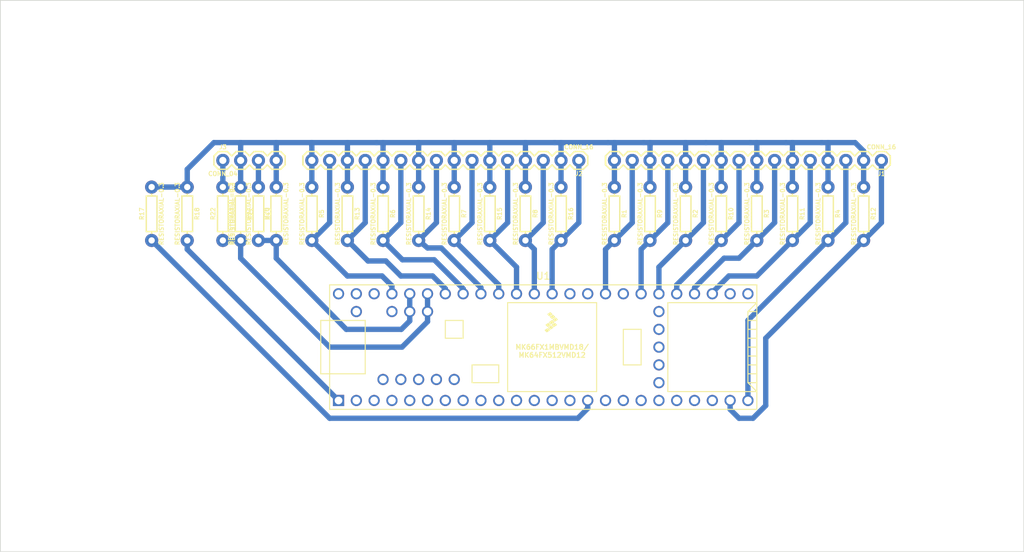
<source format=kicad_pcb>
(kicad_pcb (version 20200628) (host pcbnew "(5.99.0-2302-g1dc804232)")

  (general
    (thickness 1.6)
    (drawings 1)
    (tracks 181)
    (modules 26)
    (nets 59)
  )

  (paper "USLetter")
  (layers
    (0 "F.Cu" signal)
    (31 "B.Cu" signal)
    (32 "B.Adhes" user)
    (33 "F.Adhes" user)
    (34 "B.Paste" user)
    (35 "F.Paste" user)
    (36 "B.SilkS" user)
    (37 "F.SilkS" user)
    (38 "B.Mask" user)
    (39 "F.Mask" user)
    (40 "Dwgs.User" user)
    (41 "Cmts.User" user)
    (42 "Eco1.User" user)
    (43 "Eco2.User" user)
    (44 "Edge.Cuts" user)
    (45 "Margin" user)
    (46 "B.CrtYd" user)
    (47 "F.CrtYd" user)
    (48 "B.Fab" user)
    (49 "F.Fab" user)
  )

  (setup
    (stackup
      (layer "F.SilkS" (type "Top Silk Screen"))
      (layer "F.Paste" (type "Top Solder Paste"))
      (layer "F.Mask" (type "Top Solder Mask") (color "Green") (thickness 0.01))
      (layer "F.Cu" (type "copper") (thickness 0.035))
      (layer "dielectric 1" (type "core") (thickness 1.51) (material "FR4") (epsilon_r 4.5) (loss_tangent 0.02))
      (layer "B.Cu" (type "copper") (thickness 0.035))
      (layer "B.Mask" (type "Bottom Solder Mask") (color "Green") (thickness 0.01))
      (layer "B.Paste" (type "Bottom Solder Paste"))
      (layer "B.SilkS" (type "Bottom Silk Screen"))
      (copper_finish "None")
      (dielectric_constraints no)
    )
    (pcbplotparams
      (layerselection 0x010fc_ffffffff)
      (usegerberextensions false)
      (usegerberattributes false)
      (usegerberadvancedattributes false)
      (creategerberjobfile false)
      (svguseinch false)
      (svgprecision 6)
      (excludeedgelayer true)
      (linewidth 0.100000)
      (plotframeref false)
      (viasonmask false)
      (mode 1)
      (useauxorigin false)
      (hpglpennumber 1)
      (hpglpenspeed 20)
      (hpglpendiameter 15.000000)
      (psnegative false)
      (psa4output false)
      (plotreference false)
      (plotvalue false)
      (plotinvisibletext false)
      (sketchpadsonfab false)
      (subtractmaskfromsilk false)
      (outputformat 1)
      (mirror false)
      (drillshape 0)
      (scaleselection 1)
      (outputdirectory "./")
    )
  )

  (net 0 "")
  (net 1 "Net-(U1-Pad55)")
  (net 2 "Net-(U1-Pad54)")
  (net 3 "Net-(U1-Pad53)")
  (net 4 "Net-(U1-Pad52)")
  (net 5 "Net-(U1-Pad40)")
  (net 6 "Net-(U1-Pad2)")
  (net 7 "Net-(U1-Pad4)")
  (net 8 "Net-(U1-Pad5)")
  (net 9 "Net-(U1-Pad6)")
  (net 10 "Net-(U1-Pad7)")
  (net 11 "Net-(U1-Pad8)")
  (net 12 "Net-(U1-Pad9)")
  (net 13 "Net-(U1-Pad10)")
  (net 14 "Net-(U1-Pad11)")
  (net 15 "Net-(U1-Pad12)")
  (net 16 "Net-(U1-Pad13)")
  (net 17 "Net-(U1-Pad37)")
  (net 18 "Net-(U1-Pad31)")
  (net 19 "Net-(U1-Pad29)")
  (net 20 "Net-(U1-Pad28)")
  (net 21 "Net-(U1-Pad27)")
  (net 22 "Net-(U1-Pad26)")
  (net 23 "Net-(U1-Pad25)")
  (net 24 "Net-(U1-Pad22)")
  (net 25 "Net-(U1-Pad21)")
  (net 26 "Net-(U1-Pad14)")
  (net 27 "Net-(U1-Pad16)")
  (net 28 "Net-(U1-Pad20)")
  (net 29 "Net-(U1-Pad19)")
  (net 30 "Net-(U1-Pad18)")
  (net 31 "Net-(U1-Pad17)")
  (net 32 "/ct16")
  (net 33 "/ct15")
  (net 34 "/ct14")
  (net 35 "/ct13")
  (net 36 "/ct12")
  (net 37 "/ct11")
  (net 38 "/ct10")
  (net 39 "/ct9")
  (net 40 "/ct8")
  (net 41 "/ct7")
  (net 42 "/ct6")
  (net 43 "/ct5")
  (net 44 "/ct4")
  (net 45 "/ct3")
  (net 46 "/ct2")
  (net 47 "/ct1")
  (net 48 "Net-(U1-Pad39)")
  (net 49 "Net-(U1-Pad3)")
  (net 50 "/CT_BIAS")
  (net 51 "/3.3V")
  (net 52 "/L1")
  (net 53 "Net-(U1-Pad30)")
  (net 54 "/GND")
  (net 55 "Net-(U1-Pad51)")
  (net 56 "/L2")
  (net 57 "/L2_SCALED")
  (net 58 "/L1_SCALED")

  (module "Resistors:AXIAL-0.3" (layer "F.Cu") (tedit 200000) (tstamp af7d9e98-8eff-4fc4-abb6-e33a4149fc56)
    (at 107.95 97.79 90)
    (descr "AXIAL-0.3")
    (tags "AXIAL-0.3")
    (path "/30a7e848-f131-4f0f-b91e-99f60aa6e886")
    (attr virtual)
    (fp_text reference "R22" (at 0 -1.397 90) (layer "F.SilkS")
      (effects (font (size 0.6096 0.6096) (thickness 0.127)))
    )
    (fp_text value "RESISTORAXIAL-0.3" (at 0 1.397 90) (layer "F.SilkS")
      (effects (font (size 0.6096 0.6096) (thickness 0.127)))
    )
    (fp_line (start -2.54 0) (end -2.794 0) (layer "F.SilkS") (width 0.2032))
    (fp_line (start 2.54 0) (end 2.794 0) (layer "F.SilkS") (width 0.2032))
    (fp_line (start -2.54 0) (end -2.54 -0.762) (layer "F.SilkS") (width 0.2032))
    (fp_line (start -2.54 0.762) (end -2.54 0) (layer "F.SilkS") (width 0.2032))
    (fp_line (start 2.54 0.762) (end -2.54 0.762) (layer "F.SilkS") (width 0.2032))
    (fp_line (start 2.54 0) (end 2.54 0.762) (layer "F.SilkS") (width 0.2032))
    (fp_line (start 2.54 -0.762) (end 2.54 0) (layer "F.SilkS") (width 0.2032))
    (fp_line (start -2.54 -0.762) (end 2.54 -0.762) (layer "F.SilkS") (width 0.2032))
    (pad "P$2" thru_hole circle (at 3.81 0 90) (size 1.8796 1.8796) (drill 0.89916) (layers *.Cu *.Mask)
      (net 52 "/L1") (pinfunction "2") (solder_mask_margin 0.1016) (tstamp 18dd9280-81f5-48de-a3b0-707579ffd307))
    (pad "P$1" thru_hole circle (at -3.81 0 90) (size 1.8796 1.8796) (drill 0.89916) (layers *.Cu *.Mask)
      (net 58 "/L1_SCALED") (pinfunction "1") (solder_mask_margin 0.1016) (tstamp 2ac55a81-3439-489b-8afd-602650868e53))
  )

  (module "Resistors:AXIAL-0.3" (layer "F.Cu") (tedit 200000) (tstamp c940d4f4-60dc-419c-9eb2-d6c765a03a88)
    (at 110.49 97.79 -90)
    (descr "AXIAL-0.3")
    (tags "AXIAL-0.3")
    (path "/5f5061b7-fd48-4865-ad84-2bda32dae5e0")
    (attr virtual)
    (fp_text reference "R21" (at 0 -1.397 90) (layer "F.SilkS")
      (effects (font (size 0.6096 0.6096) (thickness 0.127)))
    )
    (fp_text value "RESISTORAXIAL-0.3" (at 0 1.397 90) (layer "F.SilkS")
      (effects (font (size 0.6096 0.6096) (thickness 0.127)))
    )
    (fp_line (start -2.54 0) (end -2.794 0) (layer "F.SilkS") (width 0.2032))
    (fp_line (start 2.54 0) (end 2.794 0) (layer "F.SilkS") (width 0.2032))
    (fp_line (start -2.54 0) (end -2.54 -0.762) (layer "F.SilkS") (width 0.2032))
    (fp_line (start -2.54 0.762) (end -2.54 0) (layer "F.SilkS") (width 0.2032))
    (fp_line (start 2.54 0.762) (end -2.54 0.762) (layer "F.SilkS") (width 0.2032))
    (fp_line (start 2.54 0) (end 2.54 0.762) (layer "F.SilkS") (width 0.2032))
    (fp_line (start 2.54 -0.762) (end 2.54 0) (layer "F.SilkS") (width 0.2032))
    (fp_line (start -2.54 -0.762) (end 2.54 -0.762) (layer "F.SilkS") (width 0.2032))
    (pad "P$2" thru_hole circle (at 3.81 0 270) (size 1.8796 1.8796) (drill 0.89916) (layers *.Cu *.Mask)
      (net 58 "/L1_SCALED") (pinfunction "2") (solder_mask_margin 0.1016) (tstamp 18dd9280-81f5-48de-a3b0-707579ffd307))
    (pad "P$1" thru_hole circle (at -3.81 0 270) (size 1.8796 1.8796) (drill 0.89916) (layers *.Cu *.Mask)
      (net 50 "/CT_BIAS") (pinfunction "1") (solder_mask_margin 0.1016) (tstamp 2ac55a81-3439-489b-8afd-602650868e53))
  )

  (module "Resistors:AXIAL-0.3" (layer "F.Cu") (tedit 200000) (tstamp c2a2b8cb-8ca5-4b15-b457-850aa1230dec)
    (at 115.57 97.79 90)
    (descr "AXIAL-0.3")
    (tags "AXIAL-0.3")
    (path "/19b9dc87-6ab5-4a7a-aa15-30f2ac4e3646")
    (attr virtual)
    (fp_text reference "R20" (at 0 -1.397 90) (layer "F.SilkS")
      (effects (font (size 0.6096 0.6096) (thickness 0.127)))
    )
    (fp_text value "RESISTORAXIAL-0.3" (at 0 1.397 90) (layer "F.SilkS")
      (effects (font (size 0.6096 0.6096) (thickness 0.127)))
    )
    (fp_line (start -2.54 0) (end -2.794 0) (layer "F.SilkS") (width 0.2032))
    (fp_line (start 2.54 0) (end 2.794 0) (layer "F.SilkS") (width 0.2032))
    (fp_line (start -2.54 0) (end -2.54 -0.762) (layer "F.SilkS") (width 0.2032))
    (fp_line (start -2.54 0.762) (end -2.54 0) (layer "F.SilkS") (width 0.2032))
    (fp_line (start 2.54 0.762) (end -2.54 0.762) (layer "F.SilkS") (width 0.2032))
    (fp_line (start 2.54 0) (end 2.54 0.762) (layer "F.SilkS") (width 0.2032))
    (fp_line (start 2.54 -0.762) (end 2.54 0) (layer "F.SilkS") (width 0.2032))
    (fp_line (start -2.54 -0.762) (end 2.54 -0.762) (layer "F.SilkS") (width 0.2032))
    (pad "P$2" thru_hole circle (at 3.81 0 90) (size 1.8796 1.8796) (drill 0.89916) (layers *.Cu *.Mask)
      (net 50 "/CT_BIAS") (pinfunction "2") (solder_mask_margin 0.1016) (tstamp 18dd9280-81f5-48de-a3b0-707579ffd307))
    (pad "P$1" thru_hole circle (at -3.81 0 90) (size 1.8796 1.8796) (drill 0.89916) (layers *.Cu *.Mask)
      (net 57 "/L2_SCALED") (pinfunction "1") (solder_mask_margin 0.1016) (tstamp 2ac55a81-3439-489b-8afd-602650868e53))
  )

  (module "Resistors:AXIAL-0.3" (layer "F.Cu") (tedit 200000) (tstamp 4b7d244e-7017-4dfb-983f-00d89450b483)
    (at 113.03 97.79 -90)
    (descr "AXIAL-0.3")
    (tags "AXIAL-0.3")
    (path "/c209b92a-7de9-44a9-b76e-a54af9002b0b")
    (attr virtual)
    (fp_text reference "R19" (at 0 -1.397 90) (layer "F.SilkS")
      (effects (font (size 0.6096 0.6096) (thickness 0.127)))
    )
    (fp_text value "RESISTORAXIAL-0.3" (at 0 1.397 90) (layer "F.SilkS")
      (effects (font (size 0.6096 0.6096) (thickness 0.127)))
    )
    (fp_line (start -2.54 0) (end -2.794 0) (layer "F.SilkS") (width 0.2032))
    (fp_line (start 2.54 0) (end 2.794 0) (layer "F.SilkS") (width 0.2032))
    (fp_line (start -2.54 0) (end -2.54 -0.762) (layer "F.SilkS") (width 0.2032))
    (fp_line (start -2.54 0.762) (end -2.54 0) (layer "F.SilkS") (width 0.2032))
    (fp_line (start 2.54 0.762) (end -2.54 0.762) (layer "F.SilkS") (width 0.2032))
    (fp_line (start 2.54 0) (end 2.54 0.762) (layer "F.SilkS") (width 0.2032))
    (fp_line (start 2.54 -0.762) (end 2.54 0) (layer "F.SilkS") (width 0.2032))
    (fp_line (start -2.54 -0.762) (end 2.54 -0.762) (layer "F.SilkS") (width 0.2032))
    (pad "P$2" thru_hole circle (at 3.81 0 270) (size 1.8796 1.8796) (drill 0.89916) (layers *.Cu *.Mask)
      (net 57 "/L2_SCALED") (pinfunction "2") (solder_mask_margin 0.1016) (tstamp 18dd9280-81f5-48de-a3b0-707579ffd307))
    (pad "P$1" thru_hole circle (at -3.81 0 270) (size 1.8796 1.8796) (drill 0.89916) (layers *.Cu *.Mask)
      (net 56 "/L2") (pinfunction "1") (solder_mask_margin 0.1016) (tstamp 2ac55a81-3439-489b-8afd-602650868e53))
  )

  (module "Connectors:1X04" (layer "F.Cu") (tedit 5963D2C6) (tstamp f5575a58-af23-4b17-bd5c-53d9e2dec3b6)
    (at 107.95 90.17)
    (descr "PLATED THROUGH HOLE - 4 PIN")
    (tags "PLATED THROUGH HOLE - 4 PIN")
    (path "/2913c652-1797-42a4-bf1a-ebf0d4604a99")
    (attr virtual)
    (fp_text reference "J3" (at 0 -1.905) (layer "F.SilkS")
      (effects (font (size 0.6096 0.6096) (thickness 0.127)))
    )
    (fp_text value "CONN_04" (at 0 1.905) (layer "F.SilkS")
      (effects (font (size 0.6096 0.6096) (thickness 0.127)))
    )
    (fp_line (start 8.89 -0.635) (end 8.89 0.635) (layer "F.SilkS") (width 0.2032))
    (fp_line (start 0.635 1.27) (end -0.635 1.27) (layer "F.SilkS") (width 0.2032))
    (fp_line (start -1.27 0.635) (end -0.635 1.27) (layer "F.SilkS") (width 0.2032))
    (fp_line (start -0.635 -1.27) (end -1.27 -0.635) (layer "F.SilkS") (width 0.2032))
    (fp_line (start -1.27 -0.635) (end -1.27 0.635) (layer "F.SilkS") (width 0.2032))
    (fp_line (start 1.905 1.27) (end 1.27 0.635) (layer "F.SilkS") (width 0.2032))
    (fp_line (start 3.175 1.27) (end 1.905 1.27) (layer "F.SilkS") (width 0.2032))
    (fp_line (start 3.81 0.635) (end 3.175 1.27) (layer "F.SilkS") (width 0.2032))
    (fp_line (start 3.175 -1.27) (end 3.81 -0.635) (layer "F.SilkS") (width 0.2032))
    (fp_line (start 1.905 -1.27) (end 3.175 -1.27) (layer "F.SilkS") (width 0.2032))
    (fp_line (start 1.27 -0.635) (end 1.905 -1.27) (layer "F.SilkS") (width 0.2032))
    (fp_line (start 1.27 0.635) (end 0.635 1.27) (layer "F.SilkS") (width 0.2032))
    (fp_line (start 0.635 -1.27) (end 1.27 -0.635) (layer "F.SilkS") (width 0.2032))
    (fp_line (start -0.635 -1.27) (end 0.635 -1.27) (layer "F.SilkS") (width 0.2032))
    (fp_line (start 8.255 1.27) (end 6.985 1.27) (layer "F.SilkS") (width 0.2032))
    (fp_line (start 6.35 0.635) (end 6.985 1.27) (layer "F.SilkS") (width 0.2032))
    (fp_line (start 6.985 -1.27) (end 6.35 -0.635) (layer "F.SilkS") (width 0.2032))
    (fp_line (start 4.445 1.27) (end 3.81 0.635) (layer "F.SilkS") (width 0.2032))
    (fp_line (start 5.715 1.27) (end 4.445 1.27) (layer "F.SilkS") (width 0.2032))
    (fp_line (start 6.35 0.635) (end 5.715 1.27) (layer "F.SilkS") (width 0.2032))
    (fp_line (start 5.715 -1.27) (end 6.35 -0.635) (layer "F.SilkS") (width 0.2032))
    (fp_line (start 4.445 -1.27) (end 5.715 -1.27) (layer "F.SilkS") (width 0.2032))
    (fp_line (start 3.81 -0.635) (end 4.445 -1.27) (layer "F.SilkS") (width 0.2032))
    (fp_line (start 8.89 0.635) (end 8.255 1.27) (layer "F.SilkS") (width 0.2032))
    (fp_line (start 8.255 -1.27) (end 8.89 -0.635) (layer "F.SilkS") (width 0.2032))
    (fp_line (start 6.985 -1.27) (end 8.255 -1.27) (layer "F.SilkS") (width 0.2032))
    (pad "4" thru_hole circle (at 7.62 0) (size 1.8796 1.8796) (drill 1.016) (layers *.Cu *.Mask)
      (net 50 "/CT_BIAS") (pinfunction "4") (solder_mask_margin 0.1016) (tstamp ae80b7a2-cdbb-4b87-a645-1000dd6d7ca6))
    (pad "3" thru_hole circle (at 5.08 0) (size 1.8796 1.8796) (drill 1.016) (layers *.Cu *.Mask)
      (net 56 "/L2") (pinfunction "3") (solder_mask_margin 0.1016) (tstamp 8bac2f07-4cb5-446a-9f4b-2f59543549ec))
    (pad "2" thru_hole circle (at 2.54 0) (size 1.8796 1.8796) (drill 1.016) (layers *.Cu *.Mask)
      (net 50 "/CT_BIAS") (pinfunction "2") (solder_mask_margin 0.1016) (tstamp 2fe36318-0f64-4387-8bdf-904219259a25))
    (pad "1" thru_hole circle (at 0 0) (size 1.8796 1.8796) (drill 1.016) (layers *.Cu *.Mask)
      (net 52 "/L1") (pinfunction "1") (solder_mask_margin 0.1016) (tstamp 14efb399-2db3-4187-9def-7a2d5e599d83))
  )

  (module "Resistors:AXIAL-0.3" (layer "F.Cu") (tedit 200000) (tstamp 7a0a3efe-a895-4715-b441-c58a7ece1e06)
    (at 102.87 97.79 -90)
    (descr "AXIAL-0.3")
    (tags "AXIAL-0.3")
    (path "/eab86b04-2b47-4fd3-9787-6b1023ff96d9")
    (attr virtual)
    (fp_text reference "R18" (at 0 -1.397 90) (layer "F.SilkS")
      (effects (font (size 0.6096 0.6096) (thickness 0.127)))
    )
    (fp_text value "RESISTORAXIAL-0.3" (at 0 1.397 90) (layer "F.SilkS")
      (effects (font (size 0.6096 0.6096) (thickness 0.127)))
    )
    (fp_line (start -2.54 0) (end -2.794 0) (layer "F.SilkS") (width 0.2032))
    (fp_line (start 2.54 0) (end 2.794 0) (layer "F.SilkS") (width 0.2032))
    (fp_line (start -2.54 0) (end -2.54 -0.762) (layer "F.SilkS") (width 0.2032))
    (fp_line (start -2.54 0.762) (end -2.54 0) (layer "F.SilkS") (width 0.2032))
    (fp_line (start 2.54 0.762) (end -2.54 0.762) (layer "F.SilkS") (width 0.2032))
    (fp_line (start 2.54 0) (end 2.54 0.762) (layer "F.SilkS") (width 0.2032))
    (fp_line (start 2.54 -0.762) (end 2.54 0) (layer "F.SilkS") (width 0.2032))
    (fp_line (start -2.54 -0.762) (end 2.54 -0.762) (layer "F.SilkS") (width 0.2032))
    (pad "P$2" thru_hole circle (at 3.81 0 270) (size 1.8796 1.8796) (drill 0.89916) (layers *.Cu *.Mask)
      (net 54 "/GND") (pinfunction "2") (solder_mask_margin 0.1016) (tstamp 18dd9280-81f5-48de-a3b0-707579ffd307))
    (pad "P$1" thru_hole circle (at -3.81 0 270) (size 1.8796 1.8796) (drill 0.89916) (layers *.Cu *.Mask)
      (net 50 "/CT_BIAS") (pinfunction "1") (solder_mask_margin 0.1016) (tstamp 2ac55a81-3439-489b-8afd-602650868e53))
  )

  (module "Resistors:AXIAL-0.3" (layer "F.Cu") (tedit 200000) (tstamp 0979e229-1b3b-4226-ae70-dea53880917d)
    (at 97.79 97.79 90)
    (descr "AXIAL-0.3")
    (tags "AXIAL-0.3")
    (path "/9898e971-41cc-490c-a439-0d9d80299fa0")
    (attr virtual)
    (fp_text reference "R17" (at 0 -1.397 90) (layer "F.SilkS")
      (effects (font (size 0.6096 0.6096) (thickness 0.127)))
    )
    (fp_text value "RESISTORAXIAL-0.3" (at 0 1.397 90) (layer "F.SilkS")
      (effects (font (size 0.6096 0.6096) (thickness 0.127)))
    )
    (fp_line (start -2.54 0) (end -2.794 0) (layer "F.SilkS") (width 0.2032))
    (fp_line (start 2.54 0) (end 2.794 0) (layer "F.SilkS") (width 0.2032))
    (fp_line (start -2.54 0) (end -2.54 -0.762) (layer "F.SilkS") (width 0.2032))
    (fp_line (start -2.54 0.762) (end -2.54 0) (layer "F.SilkS") (width 0.2032))
    (fp_line (start 2.54 0.762) (end -2.54 0.762) (layer "F.SilkS") (width 0.2032))
    (fp_line (start 2.54 0) (end 2.54 0.762) (layer "F.SilkS") (width 0.2032))
    (fp_line (start 2.54 -0.762) (end 2.54 0) (layer "F.SilkS") (width 0.2032))
    (fp_line (start -2.54 -0.762) (end 2.54 -0.762) (layer "F.SilkS") (width 0.2032))
    (pad "P$2" thru_hole circle (at 3.81 0 90) (size 1.8796 1.8796) (drill 0.89916) (layers *.Cu *.Mask)
      (net 50 "/CT_BIAS") (pinfunction "2") (solder_mask_margin 0.1016) (tstamp 18dd9280-81f5-48de-a3b0-707579ffd307))
    (pad "P$1" thru_hole circle (at -3.81 0 90) (size 1.8796 1.8796) (drill 0.89916) (layers *.Cu *.Mask)
      (net 51 "/3.3V") (pinfunction "1") (solder_mask_margin 0.1016) (tstamp 2ac55a81-3439-489b-8afd-602650868e53))
  )

  (module "Resistors:AXIAL-0.3" (layer "F.Cu") (tedit 200000) (tstamp a8cb80ee-746c-499a-86af-ecfa77166438)
    (at 156.21 97.79 -90)
    (descr "AXIAL-0.3")
    (tags "AXIAL-0.3")
    (path "/37503056-3a1c-423c-aba9-049e4db338be")
    (attr virtual)
    (fp_text reference "R16" (at 0 -1.397 90) (layer "F.SilkS")
      (effects (font (size 0.6096 0.6096) (thickness 0.127)))
    )
    (fp_text value "RESISTORAXIAL-0.3" (at 0 1.397 90) (layer "F.SilkS")
      (effects (font (size 0.6096 0.6096) (thickness 0.127)))
    )
    (fp_line (start -2.54 0) (end -2.794 0) (layer "F.SilkS") (width 0.2032))
    (fp_line (start 2.54 0) (end 2.794 0) (layer "F.SilkS") (width 0.2032))
    (fp_line (start -2.54 0) (end -2.54 -0.762) (layer "F.SilkS") (width 0.2032))
    (fp_line (start -2.54 0.762) (end -2.54 0) (layer "F.SilkS") (width 0.2032))
    (fp_line (start 2.54 0.762) (end -2.54 0.762) (layer "F.SilkS") (width 0.2032))
    (fp_line (start 2.54 0) (end 2.54 0.762) (layer "F.SilkS") (width 0.2032))
    (fp_line (start 2.54 -0.762) (end 2.54 0) (layer "F.SilkS") (width 0.2032))
    (fp_line (start -2.54 -0.762) (end 2.54 -0.762) (layer "F.SilkS") (width 0.2032))
    (pad "P$2" thru_hole circle (at 3.81 0 270) (size 1.8796 1.8796) (drill 0.89916) (layers *.Cu *.Mask)
      (net 47 "/ct1") (pinfunction "2") (solder_mask_margin 0.1016) (tstamp 18dd9280-81f5-48de-a3b0-707579ffd307))
    (pad "P$1" thru_hole circle (at -3.81 0 270) (size 1.8796 1.8796) (drill 0.89916) (layers *.Cu *.Mask)
      (net 50 "/CT_BIAS") (pinfunction "1") (solder_mask_margin 0.1016) (tstamp 2ac55a81-3439-489b-8afd-602650868e53))
  )

  (module "Resistors:AXIAL-0.3" (layer "F.Cu") (tedit 200000) (tstamp 26068d73-8124-4a5e-9d63-517519f757b4)
    (at 146.05 97.79 -90)
    (descr "AXIAL-0.3")
    (tags "AXIAL-0.3")
    (path "/49585c7b-bac3-4353-a26c-e92e86512b49")
    (attr virtual)
    (fp_text reference "R15" (at 0 -1.397 90) (layer "F.SilkS")
      (effects (font (size 0.6096 0.6096) (thickness 0.127)))
    )
    (fp_text value "RESISTORAXIAL-0.3" (at 0 1.397 90) (layer "F.SilkS")
      (effects (font (size 0.6096 0.6096) (thickness 0.127)))
    )
    (fp_line (start -2.54 0) (end -2.794 0) (layer "F.SilkS") (width 0.2032))
    (fp_line (start 2.54 0) (end 2.794 0) (layer "F.SilkS") (width 0.2032))
    (fp_line (start -2.54 0) (end -2.54 -0.762) (layer "F.SilkS") (width 0.2032))
    (fp_line (start -2.54 0.762) (end -2.54 0) (layer "F.SilkS") (width 0.2032))
    (fp_line (start 2.54 0.762) (end -2.54 0.762) (layer "F.SilkS") (width 0.2032))
    (fp_line (start 2.54 0) (end 2.54 0.762) (layer "F.SilkS") (width 0.2032))
    (fp_line (start 2.54 -0.762) (end 2.54 0) (layer "F.SilkS") (width 0.2032))
    (fp_line (start -2.54 -0.762) (end 2.54 -0.762) (layer "F.SilkS") (width 0.2032))
    (pad "P$2" thru_hole circle (at 3.81 0 270) (size 1.8796 1.8796) (drill 0.89916) (layers *.Cu *.Mask)
      (net 45 "/ct3") (pinfunction "2") (solder_mask_margin 0.1016) (tstamp 18dd9280-81f5-48de-a3b0-707579ffd307))
    (pad "P$1" thru_hole circle (at -3.81 0 270) (size 1.8796 1.8796) (drill 0.89916) (layers *.Cu *.Mask)
      (net 50 "/CT_BIAS") (pinfunction "1") (solder_mask_margin 0.1016) (tstamp 2ac55a81-3439-489b-8afd-602650868e53))
  )

  (module "Resistors:AXIAL-0.3" (layer "F.Cu") (tedit 200000) (tstamp 1a47b77d-e185-404f-86f9-ac83fcaf79aa)
    (at 135.89 97.79 -90)
    (descr "AXIAL-0.3")
    (tags "AXIAL-0.3")
    (path "/5b1c90e5-3195-4284-82c2-197f4b81903f")
    (attr virtual)
    (fp_text reference "R14" (at 0 -1.397 90) (layer "F.SilkS")
      (effects (font (size 0.6096 0.6096) (thickness 0.127)))
    )
    (fp_text value "RESISTORAXIAL-0.3" (at 0 1.397 90) (layer "F.SilkS")
      (effects (font (size 0.6096 0.6096) (thickness 0.127)))
    )
    (fp_line (start -2.54 0) (end -2.794 0) (layer "F.SilkS") (width 0.2032))
    (fp_line (start 2.54 0) (end 2.794 0) (layer "F.SilkS") (width 0.2032))
    (fp_line (start -2.54 0) (end -2.54 -0.762) (layer "F.SilkS") (width 0.2032))
    (fp_line (start -2.54 0.762) (end -2.54 0) (layer "F.SilkS") (width 0.2032))
    (fp_line (start 2.54 0.762) (end -2.54 0.762) (layer "F.SilkS") (width 0.2032))
    (fp_line (start 2.54 0) (end 2.54 0.762) (layer "F.SilkS") (width 0.2032))
    (fp_line (start 2.54 -0.762) (end 2.54 0) (layer "F.SilkS") (width 0.2032))
    (fp_line (start -2.54 -0.762) (end 2.54 -0.762) (layer "F.SilkS") (width 0.2032))
    (pad "P$2" thru_hole circle (at 3.81 0 270) (size 1.8796 1.8796) (drill 0.89916) (layers *.Cu *.Mask)
      (net 43 "/ct5") (pinfunction "2") (solder_mask_margin 0.1016) (tstamp 18dd9280-81f5-48de-a3b0-707579ffd307))
    (pad "P$1" thru_hole circle (at -3.81 0 270) (size 1.8796 1.8796) (drill 0.89916) (layers *.Cu *.Mask)
      (net 50 "/CT_BIAS") (pinfunction "1") (solder_mask_margin 0.1016) (tstamp 2ac55a81-3439-489b-8afd-602650868e53))
  )

  (module "Resistors:AXIAL-0.3" (layer "F.Cu") (tedit 200000) (tstamp 5cffb3a7-8ab6-4481-8487-a9fe5c4d0e2e)
    (at 125.73 97.79 -90)
    (descr "AXIAL-0.3")
    (tags "AXIAL-0.3")
    (path "/83870263-8fcb-47d2-88d3-bdac470458ca")
    (attr virtual)
    (fp_text reference "R13" (at 0 -1.397 90) (layer "F.SilkS")
      (effects (font (size 0.6096 0.6096) (thickness 0.127)))
    )
    (fp_text value "RESISTORAXIAL-0.3" (at 0 1.397 90) (layer "F.SilkS")
      (effects (font (size 0.6096 0.6096) (thickness 0.127)))
    )
    (fp_line (start -2.54 0) (end -2.794 0) (layer "F.SilkS") (width 0.2032))
    (fp_line (start 2.54 0) (end 2.794 0) (layer "F.SilkS") (width 0.2032))
    (fp_line (start -2.54 0) (end -2.54 -0.762) (layer "F.SilkS") (width 0.2032))
    (fp_line (start -2.54 0.762) (end -2.54 0) (layer "F.SilkS") (width 0.2032))
    (fp_line (start 2.54 0.762) (end -2.54 0.762) (layer "F.SilkS") (width 0.2032))
    (fp_line (start 2.54 0) (end 2.54 0.762) (layer "F.SilkS") (width 0.2032))
    (fp_line (start 2.54 -0.762) (end 2.54 0) (layer "F.SilkS") (width 0.2032))
    (fp_line (start -2.54 -0.762) (end 2.54 -0.762) (layer "F.SilkS") (width 0.2032))
    (pad "P$2" thru_hole circle (at 3.81 0 270) (size 1.8796 1.8796) (drill 0.89916) (layers *.Cu *.Mask)
      (net 41 "/ct7") (pinfunction "2") (solder_mask_margin 0.1016) (tstamp 18dd9280-81f5-48de-a3b0-707579ffd307))
    (pad "P$1" thru_hole circle (at -3.81 0 270) (size 1.8796 1.8796) (drill 0.89916) (layers *.Cu *.Mask)
      (net 50 "/CT_BIAS") (pinfunction "1") (solder_mask_margin 0.1016) (tstamp 2ac55a81-3439-489b-8afd-602650868e53))
  )

  (module "Resistors:AXIAL-0.3" (layer "F.Cu") (tedit 200000) (tstamp d063fe9c-9221-4b35-8bd5-5b2963b07718)
    (at 199.39 97.79 -90)
    (descr "AXIAL-0.3")
    (tags "AXIAL-0.3")
    (path "/7ae44310-a1a1-4190-ae18-d35db5d877a9")
    (attr virtual)
    (fp_text reference "R12" (at 0 -1.397 90) (layer "F.SilkS")
      (effects (font (size 0.6096 0.6096) (thickness 0.127)))
    )
    (fp_text value "RESISTORAXIAL-0.3" (at 0 1.397 90) (layer "F.SilkS")
      (effects (font (size 0.6096 0.6096) (thickness 0.127)))
    )
    (fp_line (start -2.54 0) (end -2.794 0) (layer "F.SilkS") (width 0.2032))
    (fp_line (start 2.54 0) (end 2.794 0) (layer "F.SilkS") (width 0.2032))
    (fp_line (start -2.54 0) (end -2.54 -0.762) (layer "F.SilkS") (width 0.2032))
    (fp_line (start -2.54 0.762) (end -2.54 0) (layer "F.SilkS") (width 0.2032))
    (fp_line (start 2.54 0.762) (end -2.54 0.762) (layer "F.SilkS") (width 0.2032))
    (fp_line (start 2.54 0) (end 2.54 0.762) (layer "F.SilkS") (width 0.2032))
    (fp_line (start 2.54 -0.762) (end 2.54 0) (layer "F.SilkS") (width 0.2032))
    (fp_line (start -2.54 -0.762) (end 2.54 -0.762) (layer "F.SilkS") (width 0.2032))
    (pad "P$2" thru_hole circle (at 3.81 0 270) (size 1.8796 1.8796) (drill 0.89916) (layers *.Cu *.Mask)
      (net 39 "/ct9") (pinfunction "2") (solder_mask_margin 0.1016) (tstamp 18dd9280-81f5-48de-a3b0-707579ffd307))
    (pad "P$1" thru_hole circle (at -3.81 0 270) (size 1.8796 1.8796) (drill 0.89916) (layers *.Cu *.Mask)
      (net 50 "/CT_BIAS") (pinfunction "1") (solder_mask_margin 0.1016) (tstamp 2ac55a81-3439-489b-8afd-602650868e53))
  )

  (module "Resistors:AXIAL-0.3" (layer "F.Cu") (tedit 200000) (tstamp 9e411047-d9f1-493c-bd81-eda639f05d09)
    (at 189.23 97.79 -90)
    (descr "AXIAL-0.3")
    (tags "AXIAL-0.3")
    (path "/43deb726-75ae-4517-a1a4-1f8ac548b84c")
    (attr virtual)
    (fp_text reference "R11" (at 0 -1.397 90) (layer "F.SilkS")
      (effects (font (size 0.6096 0.6096) (thickness 0.127)))
    )
    (fp_text value "RESISTORAXIAL-0.3" (at 0 1.397 90) (layer "F.SilkS")
      (effects (font (size 0.6096 0.6096) (thickness 0.127)))
    )
    (fp_line (start -2.54 0) (end -2.794 0) (layer "F.SilkS") (width 0.2032))
    (fp_line (start 2.54 0) (end 2.794 0) (layer "F.SilkS") (width 0.2032))
    (fp_line (start -2.54 0) (end -2.54 -0.762) (layer "F.SilkS") (width 0.2032))
    (fp_line (start -2.54 0.762) (end -2.54 0) (layer "F.SilkS") (width 0.2032))
    (fp_line (start 2.54 0.762) (end -2.54 0.762) (layer "F.SilkS") (width 0.2032))
    (fp_line (start 2.54 0) (end 2.54 0.762) (layer "F.SilkS") (width 0.2032))
    (fp_line (start 2.54 -0.762) (end 2.54 0) (layer "F.SilkS") (width 0.2032))
    (fp_line (start -2.54 -0.762) (end 2.54 -0.762) (layer "F.SilkS") (width 0.2032))
    (pad "P$2" thru_hole circle (at 3.81 0 270) (size 1.8796 1.8796) (drill 0.89916) (layers *.Cu *.Mask)
      (net 37 "/ct11") (pinfunction "2") (solder_mask_margin 0.1016) (tstamp 18dd9280-81f5-48de-a3b0-707579ffd307))
    (pad "P$1" thru_hole circle (at -3.81 0 270) (size 1.8796 1.8796) (drill 0.89916) (layers *.Cu *.Mask)
      (net 50 "/CT_BIAS") (pinfunction "1") (solder_mask_margin 0.1016) (tstamp 2ac55a81-3439-489b-8afd-602650868e53))
  )

  (module "Resistors:AXIAL-0.3" (layer "F.Cu") (tedit 200000) (tstamp 285f985e-c620-4a8a-b6b1-607aa30f7984)
    (at 179.07 97.79 -90)
    (descr "AXIAL-0.3")
    (tags "AXIAL-0.3")
    (path "/d82cb064-b51d-42e6-90fb-057920a01f65")
    (attr virtual)
    (fp_text reference "R10" (at 0 -1.397 90) (layer "F.SilkS")
      (effects (font (size 0.6096 0.6096) (thickness 0.127)))
    )
    (fp_text value "RESISTORAXIAL-0.3" (at 0 1.397 90) (layer "F.SilkS")
      (effects (font (size 0.6096 0.6096) (thickness 0.127)))
    )
    (fp_line (start -2.54 0) (end -2.794 0) (layer "F.SilkS") (width 0.2032))
    (fp_line (start 2.54 0) (end 2.794 0) (layer "F.SilkS") (width 0.2032))
    (fp_line (start -2.54 0) (end -2.54 -0.762) (layer "F.SilkS") (width 0.2032))
    (fp_line (start -2.54 0.762) (end -2.54 0) (layer "F.SilkS") (width 0.2032))
    (fp_line (start 2.54 0.762) (end -2.54 0.762) (layer "F.SilkS") (width 0.2032))
    (fp_line (start 2.54 0) (end 2.54 0.762) (layer "F.SilkS") (width 0.2032))
    (fp_line (start 2.54 -0.762) (end 2.54 0) (layer "F.SilkS") (width 0.2032))
    (fp_line (start -2.54 -0.762) (end 2.54 -0.762) (layer "F.SilkS") (width 0.2032))
    (pad "P$2" thru_hole circle (at 3.81 0 270) (size 1.8796 1.8796) (drill 0.89916) (layers *.Cu *.Mask)
      (net 35 "/ct13") (pinfunction "2") (solder_mask_margin 0.1016) (tstamp 18dd9280-81f5-48de-a3b0-707579ffd307))
    (pad "P$1" thru_hole circle (at -3.81 0 270) (size 1.8796 1.8796) (drill 0.89916) (layers *.Cu *.Mask)
      (net 50 "/CT_BIAS") (pinfunction "1") (solder_mask_margin 0.1016) (tstamp 2ac55a81-3439-489b-8afd-602650868e53))
  )

  (module "Resistors:AXIAL-0.3" (layer "F.Cu") (tedit 200000) (tstamp 22c93fc2-1fdf-4e9d-b394-3e67b519b50e)
    (at 168.91 97.79 -90)
    (descr "AXIAL-0.3")
    (tags "AXIAL-0.3")
    (path "/0a0674ab-5aac-4af7-918b-f1e869d09642")
    (attr virtual)
    (fp_text reference "R9" (at 0 -1.397 90) (layer "F.SilkS")
      (effects (font (size 0.6096 0.6096) (thickness 0.127)))
    )
    (fp_text value "RESISTORAXIAL-0.3" (at 0 1.397 90) (layer "F.SilkS")
      (effects (font (size 0.6096 0.6096) (thickness 0.127)))
    )
    (fp_line (start -2.54 0) (end -2.794 0) (layer "F.SilkS") (width 0.2032))
    (fp_line (start 2.54 0) (end 2.794 0) (layer "F.SilkS") (width 0.2032))
    (fp_line (start -2.54 0) (end -2.54 -0.762) (layer "F.SilkS") (width 0.2032))
    (fp_line (start -2.54 0.762) (end -2.54 0) (layer "F.SilkS") (width 0.2032))
    (fp_line (start 2.54 0.762) (end -2.54 0.762) (layer "F.SilkS") (width 0.2032))
    (fp_line (start 2.54 0) (end 2.54 0.762) (layer "F.SilkS") (width 0.2032))
    (fp_line (start 2.54 -0.762) (end 2.54 0) (layer "F.SilkS") (width 0.2032))
    (fp_line (start -2.54 -0.762) (end 2.54 -0.762) (layer "F.SilkS") (width 0.2032))
    (pad "P$2" thru_hole circle (at 3.81 0 270) (size 1.8796 1.8796) (drill 0.89916) (layers *.Cu *.Mask)
      (net 33 "/ct15") (pinfunction "2") (solder_mask_margin 0.1016) (tstamp 18dd9280-81f5-48de-a3b0-707579ffd307))
    (pad "P$1" thru_hole circle (at -3.81 0 270) (size 1.8796 1.8796) (drill 0.89916) (layers *.Cu *.Mask)
      (net 50 "/CT_BIAS") (pinfunction "1") (solder_mask_margin 0.1016) (tstamp 2ac55a81-3439-489b-8afd-602650868e53))
  )

  (module "Resistors:AXIAL-0.3" (layer "F.Cu") (tedit 200000) (tstamp 1cb18669-97ec-4c3a-9599-b45d5be63191)
    (at 151.13 97.79 -90)
    (descr "AXIAL-0.3")
    (tags "AXIAL-0.3")
    (path "/3a1f8736-bd04-4a82-94ba-a6acb4304341")
    (attr virtual)
    (fp_text reference "R8" (at 0 -1.397 90) (layer "F.SilkS")
      (effects (font (size 0.6096 0.6096) (thickness 0.127)))
    )
    (fp_text value "RESISTORAXIAL-0.3" (at 0 1.397 90) (layer "F.SilkS")
      (effects (font (size 0.6096 0.6096) (thickness 0.127)))
    )
    (fp_line (start -2.54 0) (end -2.794 0) (layer "F.SilkS") (width 0.2032))
    (fp_line (start 2.54 0) (end 2.794 0) (layer "F.SilkS") (width 0.2032))
    (fp_line (start -2.54 0) (end -2.54 -0.762) (layer "F.SilkS") (width 0.2032))
    (fp_line (start -2.54 0.762) (end -2.54 0) (layer "F.SilkS") (width 0.2032))
    (fp_line (start 2.54 0.762) (end -2.54 0.762) (layer "F.SilkS") (width 0.2032))
    (fp_line (start 2.54 0) (end 2.54 0.762) (layer "F.SilkS") (width 0.2032))
    (fp_line (start 2.54 -0.762) (end 2.54 0) (layer "F.SilkS") (width 0.2032))
    (fp_line (start -2.54 -0.762) (end 2.54 -0.762) (layer "F.SilkS") (width 0.2032))
    (pad "P$2" thru_hole circle (at 3.81 0 270) (size 1.8796 1.8796) (drill 0.89916) (layers *.Cu *.Mask)
      (net 46 "/ct2") (pinfunction "2") (solder_mask_margin 0.1016) (tstamp 18dd9280-81f5-48de-a3b0-707579ffd307))
    (pad "P$1" thru_hole circle (at -3.81 0 270) (size 1.8796 1.8796) (drill 0.89916) (layers *.Cu *.Mask)
      (net 50 "/CT_BIAS") (pinfunction "1") (solder_mask_margin 0.1016) (tstamp 2ac55a81-3439-489b-8afd-602650868e53))
  )

  (module "Resistors:AXIAL-0.3" (layer "F.Cu") (tedit 200000) (tstamp 285a152e-0c74-405f-9ad8-14e4af8ea9e4)
    (at 140.97 97.79 -90)
    (descr "AXIAL-0.3")
    (tags "AXIAL-0.3")
    (path "/3cf16411-98b5-4500-98ff-50f3e1bf519a")
    (attr virtual)
    (fp_text reference "R7" (at 0 -1.397 90) (layer "F.SilkS")
      (effects (font (size 0.6096 0.6096) (thickness 0.127)))
    )
    (fp_text value "RESISTORAXIAL-0.3" (at 0 1.397 90) (layer "F.SilkS")
      (effects (font (size 0.6096 0.6096) (thickness 0.127)))
    )
    (fp_line (start -2.54 0) (end -2.794 0) (layer "F.SilkS") (width 0.2032))
    (fp_line (start 2.54 0) (end 2.794 0) (layer "F.SilkS") (width 0.2032))
    (fp_line (start -2.54 0) (end -2.54 -0.762) (layer "F.SilkS") (width 0.2032))
    (fp_line (start -2.54 0.762) (end -2.54 0) (layer "F.SilkS") (width 0.2032))
    (fp_line (start 2.54 0.762) (end -2.54 0.762) (layer "F.SilkS") (width 0.2032))
    (fp_line (start 2.54 0) (end 2.54 0.762) (layer "F.SilkS") (width 0.2032))
    (fp_line (start 2.54 -0.762) (end 2.54 0) (layer "F.SilkS") (width 0.2032))
    (fp_line (start -2.54 -0.762) (end 2.54 -0.762) (layer "F.SilkS") (width 0.2032))
    (pad "P$2" thru_hole circle (at 3.81 0 270) (size 1.8796 1.8796) (drill 0.89916) (layers *.Cu *.Mask)
      (net 44 "/ct4") (pinfunction "2") (solder_mask_margin 0.1016) (tstamp 18dd9280-81f5-48de-a3b0-707579ffd307))
    (pad "P$1" thru_hole circle (at -3.81 0 270) (size 1.8796 1.8796) (drill 0.89916) (layers *.Cu *.Mask)
      (net 50 "/CT_BIAS") (pinfunction "1") (solder_mask_margin 0.1016) (tstamp 2ac55a81-3439-489b-8afd-602650868e53))
  )

  (module "Resistors:AXIAL-0.3" (layer "F.Cu") (tedit 200000) (tstamp dceadcdf-10d2-47e0-ba5f-82aedd44b3ea)
    (at 130.81 97.79 -90)
    (descr "AXIAL-0.3")
    (tags "AXIAL-0.3")
    (path "/84a796bf-c697-4858-80c5-0104017db328")
    (attr virtual)
    (fp_text reference "R6" (at 0 -1.397 90) (layer "F.SilkS")
      (effects (font (size 0.6096 0.6096) (thickness 0.127)))
    )
    (fp_text value "RESISTORAXIAL-0.3" (at 0 1.397 90) (layer "F.SilkS")
      (effects (font (size 0.6096 0.6096) (thickness 0.127)))
    )
    (fp_line (start -2.54 0) (end -2.794 0) (layer "F.SilkS") (width 0.2032))
    (fp_line (start 2.54 0) (end 2.794 0) (layer "F.SilkS") (width 0.2032))
    (fp_line (start -2.54 0) (end -2.54 -0.762) (layer "F.SilkS") (width 0.2032))
    (fp_line (start -2.54 0.762) (end -2.54 0) (layer "F.SilkS") (width 0.2032))
    (fp_line (start 2.54 0.762) (end -2.54 0.762) (layer "F.SilkS") (width 0.2032))
    (fp_line (start 2.54 0) (end 2.54 0.762) (layer "F.SilkS") (width 0.2032))
    (fp_line (start 2.54 -0.762) (end 2.54 0) (layer "F.SilkS") (width 0.2032))
    (fp_line (start -2.54 -0.762) (end 2.54 -0.762) (layer "F.SilkS") (width 0.2032))
    (pad "P$2" thru_hole circle (at 3.81 0 270) (size 1.8796 1.8796) (drill 0.89916) (layers *.Cu *.Mask)
      (net 42 "/ct6") (pinfunction "2") (solder_mask_margin 0.1016) (tstamp 18dd9280-81f5-48de-a3b0-707579ffd307))
    (pad "P$1" thru_hole circle (at -3.81 0 270) (size 1.8796 1.8796) (drill 0.89916) (layers *.Cu *.Mask)
      (net 50 "/CT_BIAS") (pinfunction "1") (solder_mask_margin 0.1016) (tstamp 2ac55a81-3439-489b-8afd-602650868e53))
  )

  (module "Resistors:AXIAL-0.3" (layer "F.Cu") (tedit 200000) (tstamp 491cb18d-190f-44b8-ab8a-b191e13c205d)
    (at 120.65 97.79 -90)
    (descr "AXIAL-0.3")
    (tags "AXIAL-0.3")
    (path "/b78e4c13-5f15-43ad-9789-b64bbae0973c")
    (attr virtual)
    (fp_text reference "R5" (at 0 -1.397 90) (layer "F.SilkS")
      (effects (font (size 0.6096 0.6096) (thickness 0.127)))
    )
    (fp_text value "RESISTORAXIAL-0.3" (at 0 1.397 90) (layer "F.SilkS")
      (effects (font (size 0.6096 0.6096) (thickness 0.127)))
    )
    (fp_line (start -2.54 0) (end -2.794 0) (layer "F.SilkS") (width 0.2032))
    (fp_line (start 2.54 0) (end 2.794 0) (layer "F.SilkS") (width 0.2032))
    (fp_line (start -2.54 0) (end -2.54 -0.762) (layer "F.SilkS") (width 0.2032))
    (fp_line (start -2.54 0.762) (end -2.54 0) (layer "F.SilkS") (width 0.2032))
    (fp_line (start 2.54 0.762) (end -2.54 0.762) (layer "F.SilkS") (width 0.2032))
    (fp_line (start 2.54 0) (end 2.54 0.762) (layer "F.SilkS") (width 0.2032))
    (fp_line (start 2.54 -0.762) (end 2.54 0) (layer "F.SilkS") (width 0.2032))
    (fp_line (start -2.54 -0.762) (end 2.54 -0.762) (layer "F.SilkS") (width 0.2032))
    (pad "P$2" thru_hole circle (at 3.81 0 270) (size 1.8796 1.8796) (drill 0.89916) (layers *.Cu *.Mask)
      (net 40 "/ct8") (pinfunction "2") (solder_mask_margin 0.1016) (tstamp 18dd9280-81f5-48de-a3b0-707579ffd307))
    (pad "P$1" thru_hole circle (at -3.81 0 270) (size 1.8796 1.8796) (drill 0.89916) (layers *.Cu *.Mask)
      (net 50 "/CT_BIAS") (pinfunction "1") (solder_mask_margin 0.1016) (tstamp 2ac55a81-3439-489b-8afd-602650868e53))
  )

  (module "Resistors:AXIAL-0.3" (layer "F.Cu") (tedit 200000) (tstamp b3d2d42d-a35b-422d-a9f6-5c49f2df8239)
    (at 194.31 97.79 -90)
    (descr "AXIAL-0.3")
    (tags "AXIAL-0.3")
    (path "/45ae2fff-d097-4c8c-9043-ccea4a1a5b64")
    (attr virtual)
    (fp_text reference "R4" (at 0 -1.397 90) (layer "F.SilkS")
      (effects (font (size 0.6096 0.6096) (thickness 0.127)))
    )
    (fp_text value "RESISTORAXIAL-0.3" (at 0 1.397 90) (layer "F.SilkS")
      (effects (font (size 0.6096 0.6096) (thickness 0.127)))
    )
    (fp_line (start -2.54 0) (end -2.794 0) (layer "F.SilkS") (width 0.2032))
    (fp_line (start 2.54 0) (end 2.794 0) (layer "F.SilkS") (width 0.2032))
    (fp_line (start -2.54 0) (end -2.54 -0.762) (layer "F.SilkS") (width 0.2032))
    (fp_line (start -2.54 0.762) (end -2.54 0) (layer "F.SilkS") (width 0.2032))
    (fp_line (start 2.54 0.762) (end -2.54 0.762) (layer "F.SilkS") (width 0.2032))
    (fp_line (start 2.54 0) (end 2.54 0.762) (layer "F.SilkS") (width 0.2032))
    (fp_line (start 2.54 -0.762) (end 2.54 0) (layer "F.SilkS") (width 0.2032))
    (fp_line (start -2.54 -0.762) (end 2.54 -0.762) (layer "F.SilkS") (width 0.2032))
    (pad "P$2" thru_hole circle (at 3.81 0 270) (size 1.8796 1.8796) (drill 0.89916) (layers *.Cu *.Mask)
      (net 38 "/ct10") (pinfunction "2") (solder_mask_margin 0.1016) (tstamp 18dd9280-81f5-48de-a3b0-707579ffd307))
    (pad "P$1" thru_hole circle (at -3.81 0 270) (size 1.8796 1.8796) (drill 0.89916) (layers *.Cu *.Mask)
      (net 50 "/CT_BIAS") (pinfunction "1") (solder_mask_margin 0.1016) (tstamp 2ac55a81-3439-489b-8afd-602650868e53))
  )

  (module "Resistors:AXIAL-0.3" (layer "F.Cu") (tedit 200000) (tstamp 3f8be0da-ed01-405f-807f-677ccababbbc)
    (at 184.15 97.79 -90)
    (descr "AXIAL-0.3")
    (tags "AXIAL-0.3")
    (path "/e924b858-9b0b-47f8-a943-8159858b400b")
    (attr virtual)
    (fp_text reference "R3" (at 0 -1.397 90) (layer "F.SilkS")
      (effects (font (size 0.6096 0.6096) (thickness 0.127)))
    )
    (fp_text value "RESISTORAXIAL-0.3" (at 0 1.397 90) (layer "F.SilkS")
      (effects (font (size 0.6096 0.6096) (thickness 0.127)))
    )
    (fp_line (start -2.54 0) (end -2.794 0) (layer "F.SilkS") (width 0.2032))
    (fp_line (start 2.54 0) (end 2.794 0) (layer "F.SilkS") (width 0.2032))
    (fp_line (start -2.54 0) (end -2.54 -0.762) (layer "F.SilkS") (width 0.2032))
    (fp_line (start -2.54 0.762) (end -2.54 0) (layer "F.SilkS") (width 0.2032))
    (fp_line (start 2.54 0.762) (end -2.54 0.762) (layer "F.SilkS") (width 0.2032))
    (fp_line (start 2.54 0) (end 2.54 0.762) (layer "F.SilkS") (width 0.2032))
    (fp_line (start 2.54 -0.762) (end 2.54 0) (layer "F.SilkS") (width 0.2032))
    (fp_line (start -2.54 -0.762) (end 2.54 -0.762) (layer "F.SilkS") (width 0.2032))
    (pad "P$2" thru_hole circle (at 3.81 0 270) (size 1.8796 1.8796) (drill 0.89916) (layers *.Cu *.Mask)
      (net 36 "/ct12") (pinfunction "2") (solder_mask_margin 0.1016) (tstamp 18dd9280-81f5-48de-a3b0-707579ffd307))
    (pad "P$1" thru_hole circle (at -3.81 0 270) (size 1.8796 1.8796) (drill 0.89916) (layers *.Cu *.Mask)
      (net 50 "/CT_BIAS") (pinfunction "1") (solder_mask_margin 0.1016) (tstamp 2ac55a81-3439-489b-8afd-602650868e53))
  )

  (module "Resistors:AXIAL-0.3" (layer "F.Cu") (tedit 200000) (tstamp bb155e68-006b-44c0-aee2-fcc37685b07c)
    (at 173.99 97.79 -90)
    (descr "AXIAL-0.3")
    (tags "AXIAL-0.3")
    (path "/d13264bf-3e31-40d9-b5d0-1cc378e395b3")
    (attr virtual)
    (fp_text reference "R2" (at 0 -1.397 90) (layer "F.SilkS")
      (effects (font (size 0.6096 0.6096) (thickness 0.127)))
    )
    (fp_text value "RESISTORAXIAL-0.3" (at 0 1.397 90) (layer "F.SilkS")
      (effects (font (size 0.6096 0.6096) (thickness 0.127)))
    )
    (fp_line (start -2.54 0) (end -2.794 0) (layer "F.SilkS") (width 0.2032))
    (fp_line (start 2.54 0) (end 2.794 0) (layer "F.SilkS") (width 0.2032))
    (fp_line (start -2.54 0) (end -2.54 -0.762) (layer "F.SilkS") (width 0.2032))
    (fp_line (start -2.54 0.762) (end -2.54 0) (layer "F.SilkS") (width 0.2032))
    (fp_line (start 2.54 0.762) (end -2.54 0.762) (layer "F.SilkS") (width 0.2032))
    (fp_line (start 2.54 0) (end 2.54 0.762) (layer "F.SilkS") (width 0.2032))
    (fp_line (start 2.54 -0.762) (end 2.54 0) (layer "F.SilkS") (width 0.2032))
    (fp_line (start -2.54 -0.762) (end 2.54 -0.762) (layer "F.SilkS") (width 0.2032))
    (pad "P$2" thru_hole circle (at 3.81 0 270) (size 1.8796 1.8796) (drill 0.89916) (layers *.Cu *.Mask)
      (net 34 "/ct14") (pinfunction "2") (solder_mask_margin 0.1016) (tstamp 18dd9280-81f5-48de-a3b0-707579ffd307))
    (pad "P$1" thru_hole circle (at -3.81 0 270) (size 1.8796 1.8796) (drill 0.89916) (layers *.Cu *.Mask)
      (net 50 "/CT_BIAS") (pinfunction "1") (solder_mask_margin 0.1016) (tstamp 2ac55a81-3439-489b-8afd-602650868e53))
  )

  (module "Connectors:1X16" (layer "F.Cu") (tedit 5963DB1D) (tstamp 3006a2a2-4f3c-42cd-80c6-da09be8d44f3)
    (at 158.75 90.17 180)
    (descr "PLATED THROUGH HOLE -16 PIN")
    (tags "PLATED THROUGH HOLE -16 PIN")
    (path "/3508da9b-463f-4201-a133-95ef963a2e4f")
    (attr virtual)
    (fp_text reference "J2" (at 0 -1.905) (layer "F.SilkS")
      (effects (font (size 0.6096 0.6096) (thickness 0.127)))
    )
    (fp_text value "CONN_16" (at 0 1.905) (layer "F.SilkS")
      (effects (font (size 0.6096 0.6096) (thickness 0.127)))
    )
    (fp_line (start 36.83 0.635) (end 37.465 1.27) (layer "F.SilkS") (width 0.2032))
    (fp_line (start 38.735 1.27) (end 37.465 1.27) (layer "F.SilkS") (width 0.2032))
    (fp_line (start 39.37 0.635) (end 38.735 1.27) (layer "F.SilkS") (width 0.2032))
    (fp_line (start 39.37 -0.635) (end 39.37 0.635) (layer "F.SilkS") (width 0.2032))
    (fp_line (start 38.735 -1.27) (end 39.37 -0.635) (layer "F.SilkS") (width 0.2032))
    (fp_line (start 37.465 -1.27) (end 38.735 -1.27) (layer "F.SilkS") (width 0.2032))
    (fp_line (start 37.465 -1.27) (end 36.83 -0.635) (layer "F.SilkS") (width 0.2032))
    (fp_line (start 34.29 0.635) (end 34.925 1.27) (layer "F.SilkS") (width 0.2032))
    (fp_line (start 36.195 1.27) (end 34.925 1.27) (layer "F.SilkS") (width 0.2032))
    (fp_line (start 36.83 0.635) (end 36.195 1.27) (layer "F.SilkS") (width 0.2032))
    (fp_line (start 36.195 -1.27) (end 36.83 -0.635) (layer "F.SilkS") (width 0.2032))
    (fp_line (start 34.925 -1.27) (end 36.195 -1.27) (layer "F.SilkS") (width 0.2032))
    (fp_line (start 34.925 -1.27) (end 34.29 -0.635) (layer "F.SilkS") (width 0.2032))
    (fp_line (start 18.415 1.27) (end 17.145 1.27) (layer "F.SilkS") (width 0.2032))
    (fp_line (start 16.51 0.635) (end 17.145 1.27) (layer "F.SilkS") (width 0.2032))
    (fp_line (start 17.145 -1.27) (end 16.51 -0.635) (layer "F.SilkS") (width 0.2032))
    (fp_line (start 19.685 1.27) (end 19.05 0.635) (layer "F.SilkS") (width 0.2032))
    (fp_line (start 20.955 1.27) (end 19.685 1.27) (layer "F.SilkS") (width 0.2032))
    (fp_line (start 21.59 0.635) (end 20.955 1.27) (layer "F.SilkS") (width 0.2032))
    (fp_line (start 20.955 -1.27) (end 21.59 -0.635) (layer "F.SilkS") (width 0.2032))
    (fp_line (start 19.685 -1.27) (end 20.955 -1.27) (layer "F.SilkS") (width 0.2032))
    (fp_line (start 19.05 -0.635) (end 19.685 -1.27) (layer "F.SilkS") (width 0.2032))
    (fp_line (start 19.05 0.635) (end 18.415 1.27) (layer "F.SilkS") (width 0.2032))
    (fp_line (start 18.415 -1.27) (end 19.05 -0.635) (layer "F.SilkS") (width 0.2032))
    (fp_line (start 17.145 -1.27) (end 18.415 -1.27) (layer "F.SilkS") (width 0.2032))
    (fp_line (start 26.035 1.27) (end 24.765 1.27) (layer "F.SilkS") (width 0.2032))
    (fp_line (start 24.13 0.635) (end 24.765 1.27) (layer "F.SilkS") (width 0.2032))
    (fp_line (start 24.765 -1.27) (end 24.13 -0.635) (layer "F.SilkS") (width 0.2032))
    (fp_line (start 22.225 1.27) (end 21.59 0.635) (layer "F.SilkS") (width 0.2032))
    (fp_line (start 23.495 1.27) (end 22.225 1.27) (layer "F.SilkS") (width 0.2032))
    (fp_line (start 24.13 0.635) (end 23.495 1.27) (layer "F.SilkS") (width 0.2032))
    (fp_line (start 23.495 -1.27) (end 24.13 -0.635) (layer "F.SilkS") (width 0.2032))
    (fp_line (start 22.225 -1.27) (end 23.495 -1.27) (layer "F.SilkS") (width 0.2032))
    (fp_line (start 21.59 -0.635) (end 22.225 -1.27) (layer "F.SilkS") (width 0.2032))
    (fp_line (start 27.305 1.27) (end 26.67 0.635) (layer "F.SilkS") (width 0.2032))
    (fp_line (start 28.575 1.27) (end 27.305 1.27) (layer "F.SilkS") (width 0.2032))
    (fp_line (start 29.21 0.635) (end 28.575 1.27) (layer "F.SilkS") (width 0.2032))
    (fp_line (start 28.575 -1.27) (end 29.21 -0.635) (layer "F.SilkS") (width 0.2032))
    (fp_line (start 27.305 -1.27) (end 28.575 -1.27) (layer "F.SilkS") (width 0.2032))
    (fp_line (start 26.67 -0.635) (end 27.305 -1.27) (layer "F.SilkS") (width 0.2032))
    (fp_line (start 26.67 0.635) (end 26.035 1.27) (layer "F.SilkS") (width 0.2032))
    (fp_line (start 26.035 -1.27) (end 26.67 -0.635) (layer "F.SilkS") (width 0.2032))
    (fp_line (start 24.765 -1.27) (end 26.035 -1.27) (layer "F.SilkS") (width 0.2032))
    (fp_line (start 33.655 1.27) (end 32.385 1.27) (layer "F.SilkS") (width 0.2032))
    (fp_line (start 31.75 0.635) (end 32.385 1.27) (layer "F.SilkS") (width 0.2032))
    (fp_line (start 32.385 -1.27) (end 31.75 -0.635) (layer "F.SilkS") (width 0.2032))
    (fp_line (start 29.845 1.27) (end 29.21 0.635) (layer "F.SilkS") (width 0.2032))
    (fp_line (start 31.115 1.27) (end 29.845 1.27) (layer "F.SilkS") (width 0.2032))
    (fp_line (start 31.75 0.635) (end 31.115 1.27) (layer "F.SilkS") (width 0.2032))
    (fp_line (start 31.115 -1.27) (end 31.75 -0.635) (layer "F.SilkS") (width 0.2032))
    (fp_line (start 29.845 -1.27) (end 31.115 -1.27) (layer "F.SilkS") (width 0.2032))
    (fp_line (start 29.21 -0.635) (end 29.845 -1.27) (layer "F.SilkS") (width 0.2032))
    (fp_line (start 34.29 0.635) (end 33.655 1.27) (layer "F.SilkS") (width 0.2032))
    (fp_line (start 33.655 -1.27) (end 34.29 -0.635) (layer "F.SilkS") (width 0.2032))
    (fp_line (start 32.385 -1.27) (end 33.655 -1.27) (layer "F.SilkS") (width 0.2032))
    (fp_line (start 0.635 1.27) (end -0.635 1.27) (layer "F.SilkS") (width 0.2032))
    (fp_line (start -1.27 0.635) (end -0.635 1.27) (layer "F.SilkS") (width 0.2032))
    (fp_line (start -0.635 -1.27) (end -1.27 -0.635) (layer "F.SilkS") (width 0.2032))
    (fp_line (start -1.27 -0.635) (end -1.27 0.635) (layer "F.SilkS") (width 0.2032))
    (fp_line (start 1.905 1.27) (end 1.27 0.635) (layer "F.SilkS") (width 0.2032))
    (fp_line (start 3.175 1.27) (end 1.905 1.27) (layer "F.SilkS") (width 0.2032))
    (fp_line (start 3.81 0.635) (end 3.175 1.27) (layer "F.SilkS") (width 0.2032))
    (fp_line (start 3.175 -1.27) (end 3.81 -0.635) (layer "F.SilkS") (width 0.2032))
    (fp_line (start 1.905 -1.27) (end 3.175 -1.27) (layer "F.SilkS") (width 0.2032))
    (fp_line (start 1.27 -0.635) (end 1.905 -1.27) (layer "F.SilkS") (width 0.2032))
    (fp_line (start 1.27 0.635) (end 0.635 1.27) (layer "F.SilkS") (width 0.2032))
    (fp_line (start 0.635 -1.27) (end 1.27 -0.635) (layer "F.SilkS") (width 0.2032))
    (fp_line (start -0.635 -1.27) (end 0.635 -1.27) (layer "F.SilkS") (width 0.2032))
    (fp_line (start 8.255 1.27) (end 6.985 1.27) (layer "F.SilkS") (width 0.2032))
    (fp_line (start 6.35 0.635) (end 6.985 1.27) (layer "F.SilkS") (width 0.2032))
    (fp_line (start 6.985 -1.27) (end 6.35 -0.635) (layer "F.SilkS") (width 0.2032))
    (fp_line (start 4.445 1.27) (end 3.81 0.635) (layer "F.SilkS") (width 0.2032))
    (fp_line (start 5.715 1.27) (end 4.445 1.27) (layer "F.SilkS") (width 0.2032))
    (fp_line (start 6.35 0.635) (end 5.715 1.27) (layer "F.SilkS") (width 0.2032))
    (fp_line (start 5.715 -1.27) (end 6.35 -0.635) (layer "F.SilkS") (width 0.2032))
    (fp_line (start 4.445 -1.27) (end 5.715 -1.27) (layer "F.SilkS") (width 0.2032))
    (fp_line (start 3.81 -0.635) (end 4.445 -1.27) (layer "F.SilkS") (width 0.2032))
    (fp_line (start 9.525 1.27) (end 8.89 0.635) (layer "F.SilkS") (width 0.2032))
    (fp_line (start 10.795 1.27) (end 9.525 1.27) (layer "F.SilkS") (width 0.2032))
    (fp_line (start 11.43 0.635) (end 10.795 1.27) (layer "F.SilkS") (width 0.2032))
    (fp_line (start 10.795 -1.27) (end 11.43 -0.635) (layer "F.SilkS") (width 0.2032))
    (fp_line (start 9.525 -1.27) (end 10.795 -1.27) (layer "F.SilkS") (width 0.2032))
    (fp_line (start 8.89 -0.635) (end 9.525 -1.27) (layer "F.SilkS") (width 0.2032))
    (fp_line (start 8.89 0.635) (end 8.255 1.27) (layer "F.SilkS") (width 0.2032))
    (fp_line (start 8.255 -1.27) (end 8.89 -0.635) (layer "F.SilkS") (width 0.2032))
    (fp_line (start 6.985 -1.27) (end 8.255 -1.27) (layer "F.SilkS") (width 0.2032))
    (fp_line (start 15.875 1.27) (end 14.605 1.27) (layer "F.SilkS") (width 0.2032))
    (fp_line (start 13.97 0.635) (end 14.605 1.27) (layer "F.SilkS") (width 0.2032))
    (fp_line (start 14.605 -1.27) (end 13.97 -0.635) (layer "F.SilkS") (width 0.2032))
    (fp_line (start 12.065 1.27) (end 11.43 0.635) (layer "F.SilkS") (width 0.2032))
    (fp_line (start 13.335 1.27) (end 12.065 1.27) (layer "F.SilkS") (width 0.2032))
    (fp_line (start 13.97 0.635) (end 13.335 1.27) (layer "F.SilkS") (width 0.2032))
    (fp_line (start 13.335 -1.27) (end 13.97 -0.635) (layer "F.SilkS") (width 0.2032))
    (fp_line (start 12.065 -1.27) (end 13.335 -1.27) (layer "F.SilkS") (width 0.2032))
    (fp_line (start 11.43 -0.635) (end 12.065 -1.27) (layer "F.SilkS") (width 0.2032))
    (fp_line (start 16.51 0.635) (end 15.875 1.27) (layer "F.SilkS") (width 0.2032))
    (fp_line (start 15.875 -1.27) (end 16.51 -0.635) (layer "F.SilkS") (width 0.2032))
    (fp_line (start 14.605 -1.27) (end 15.875 -1.27) (layer "F.SilkS") (width 0.2032))
    (fp_line (start 39.37 -0.635) (end 39.37 0.635) (layer "F.SilkS") (width 0.2032))
    (fp_line (start -1.27 -0.635) (end -1.27 0.635) (layer "F.SilkS") (width 0.2032))
    (pad "16" thru_hole circle (at 38.1 0 180) (size 1.8796 1.8796) (drill 1.016) (layers *.Cu *.Mask)
      (net 50 "/CT_BIAS") (pinfunction "16") (solder_mask_margin 0.1016) (tstamp 7ae2bea1-c5bf-4029-8444-2ad360720b5d))
    (pad "15" thru_hole circle (at 35.56 0 180) (size 1.8796 1.8796) (drill 1.016) (layers *.Cu *.Mask)
      (net 40 "/ct8") (pinfunction "15") (solder_mask_margin 0.1016) (tstamp 68514ccf-6062-409b-8683-9d35ba048103))
    (pad "14" thru_hole circle (at 33.02 0 180) (size 1.8796 1.8796) (drill 1.016) (layers *.Cu *.Mask)
      (net 50 "/CT_BIAS") (pinfunction "14") (solder_mask_margin 0.1016) (tstamp 7f5d8077-8b99-41ae-98ee-3915541370fe))
    (pad "13" thru_hole circle (at 30.48 0 180) (size 1.8796 1.8796) (drill 1.016) (layers *.Cu *.Mask)
      (net 41 "/ct7") (pinfunction "13") (solder_mask_margin 0.1016) (tstamp cefb3fe6-5d3f-46d1-b020-e817ad817af8))
    (pad "12" thru_hole circle (at 27.94 0 180) (size 1.8796 1.8796) (drill 1.016) (layers *.Cu *.Mask)
      (net 50 "/CT_BIAS") (pinfunction "12") (solder_mask_margin 0.1016) (tstamp 33ab1598-48b3-4d3f-817a-8e79ff5b856b))
    (pad "11" thru_hole circle (at 25.4 0 180) (size 1.8796 1.8796) (drill 1.016) (layers *.Cu *.Mask)
      (net 42 "/ct6") (pinfunction "11") (solder_mask_margin 0.1016) (tstamp 2dad5fe9-b2b3-49a1-b28e-c61e70c54ca3))
    (pad "10" thru_hole circle (at 22.86 0 180) (size 1.8796 1.8796) (drill 1.016) (layers *.Cu *.Mask)
      (net 50 "/CT_BIAS") (pinfunction "10") (solder_mask_margin 0.1016) (tstamp ff2ea828-0446-4d7a-bc9e-729ddc04b48f))
    (pad "9" thru_hole circle (at 20.32 0 180) (size 1.8796 1.8796) (drill 1.016) (layers *.Cu *.Mask)
      (net 43 "/ct5") (pinfunction "9") (solder_mask_margin 0.1016) (tstamp 60728942-6a39-458d-a233-269231c4f47b))
    (pad "8" thru_hole circle (at 17.78 0 180) (size 1.8796 1.8796) (drill 1.016) (layers *.Cu *.Mask)
      (net 50 "/CT_BIAS") (pinfunction "8") (solder_mask_margin 0.1016) (tstamp da4be3ff-47b1-47e0-a0b4-da986fecf330))
    (pad "7" thru_hole circle (at 15.24 0 180) (size 1.8796 1.8796) (drill 1.016) (layers *.Cu *.Mask)
      (net 44 "/ct4") (pinfunction "7") (solder_mask_margin 0.1016) (tstamp 37a83186-bfd6-4d5e-b706-db3bf1688a54))
    (pad "6" thru_hole circle (at 12.7 0 180) (size 1.8796 1.8796) (drill 1.016) (layers *.Cu *.Mask)
      (net 50 "/CT_BIAS") (pinfunction "6") (solder_mask_margin 0.1016) (tstamp d2bad65a-ad1f-4276-b5d6-b59d389c5d76))
    (pad "5" thru_hole circle (at 10.16 0 180) (size 1.8796 1.8796) (drill 1.016) (layers *.Cu *.Mask)
      (net 45 "/ct3") (pinfunction "5") (solder_mask_margin 0.1016) (tstamp 1b68441d-7111-4cb0-a2d4-63aa452ca65d))
    (pad "4" thru_hole circle (at 7.62 0 180) (size 1.8796 1.8796) (drill 1.016) (layers *.Cu *.Mask)
      (net 50 "/CT_BIAS") (pinfunction "4") (solder_mask_margin 0.1016) (tstamp e6ea80d7-e2c5-41e5-a825-cc6d6c952320))
    (pad "3" thru_hole circle (at 5.08 0 180) (size 1.8796 1.8796) (drill 1.016) (layers *.Cu *.Mask)
      (net 46 "/ct2") (pinfunction "3") (solder_mask_margin 0.1016) (tstamp f83c9d48-a78a-4056-8f49-88b9a9752317))
    (pad "2" thru_hole circle (at 2.54 0 180) (size 1.8796 1.8796) (drill 1.016) (layers *.Cu *.Mask)
      (net 50 "/CT_BIAS") (pinfunction "2") (solder_mask_margin 0.1016) (tstamp 15fbea7b-0bce-4c51-9266-f1c6d521bbf6))
    (pad "1" thru_hole circle (at 0 0 180) (size 1.8796 1.8796) (drill 1.016) (layers *.Cu *.Mask)
      (net 47 "/ct1") (pinfunction "1") (solder_mask_margin 0.1016) (tstamp 5c569016-2948-4396-b772-e4ec72b5d15e))
  )

  (module "Resistors:AXIAL-0.3" (layer "F.Cu") (tedit 200000) (tstamp a8e04968-2b66-4237-8054-4f145c65828b)
    (at 163.83 97.79 -90)
    (descr "AXIAL-0.3")
    (tags "AXIAL-0.3")
    (path "/6b5ecf99-5a73-45d6-b035-21a7bc30719b")
    (attr virtual)
    (fp_text reference "R1" (at 0 -1.397 90) (layer "F.SilkS")
      (effects (font (size 0.6096 0.6096) (thickness 0.127)))
    )
    (fp_text value "RESISTORAXIAL-0.3" (at 0 1.397 90) (layer "F.SilkS")
      (effects (font (size 0.6096 0.6096) (thickness 0.127)))
    )
    (fp_line (start -2.54 0) (end -2.794 0) (layer "F.SilkS") (width 0.2032))
    (fp_line (start 2.54 0) (end 2.794 0) (layer "F.SilkS") (width 0.2032))
    (fp_line (start -2.54 0) (end -2.54 -0.762) (layer "F.SilkS") (width 0.2032))
    (fp_line (start -2.54 0.762) (end -2.54 0) (layer "F.SilkS") (width 0.2032))
    (fp_line (start 2.54 0.762) (end -2.54 0.762) (layer "F.SilkS") (width 0.2032))
    (fp_line (start 2.54 0) (end 2.54 0.762) (layer "F.SilkS") (width 0.2032))
    (fp_line (start 2.54 -0.762) (end 2.54 0) (layer "F.SilkS") (width 0.2032))
    (fp_line (start -2.54 -0.762) (end 2.54 -0.762) (layer "F.SilkS") (width 0.2032))
    (pad "P$2" thru_hole circle (at 3.81 0 270) (size 1.8796 1.8796) (drill 0.89916) (layers *.Cu *.Mask)
      (net 32 "/ct16") (pinfunction "2") (solder_mask_margin 0.1016) (tstamp 18dd9280-81f5-48de-a3b0-707579ffd307))
    (pad "P$1" thru_hole circle (at -3.81 0 270) (size 1.8796 1.8796) (drill 0.89916) (layers *.Cu *.Mask)
      (net 50 "/CT_BIAS") (pinfunction "1") (solder_mask_margin 0.1016) (tstamp 2ac55a81-3439-489b-8afd-602650868e53))
  )

  (module "Connectors:1X16" (layer "F.Cu") (tedit 5963DB1D) (tstamp 51d2dd2b-003f-4b76-a265-a4e39bde9f5e)
    (at 201.93 90.17 180)
    (descr "PLATED THROUGH HOLE -16 PIN")
    (tags "PLATED THROUGH HOLE -16 PIN")
    (path "/66d151a9-fc67-40c0-abf9-6a91841d98cd")
    (attr virtual)
    (fp_text reference "J1" (at 0 -1.905) (layer "F.SilkS")
      (effects (font (size 0.6096 0.6096) (thickness 0.127)))
    )
    (fp_text value "CONN_16" (at 0 1.905) (layer "F.SilkS")
      (effects (font (size 0.6096 0.6096) (thickness 0.127)))
    )
    (fp_line (start 36.83 0.635) (end 37.465 1.27) (layer "F.SilkS") (width 0.2032))
    (fp_line (start 38.735 1.27) (end 37.465 1.27) (layer "F.SilkS") (width 0.2032))
    (fp_line (start 39.37 0.635) (end 38.735 1.27) (layer "F.SilkS") (width 0.2032))
    (fp_line (start 39.37 -0.635) (end 39.37 0.635) (layer "F.SilkS") (width 0.2032))
    (fp_line (start 38.735 -1.27) (end 39.37 -0.635) (layer "F.SilkS") (width 0.2032))
    (fp_line (start 37.465 -1.27) (end 38.735 -1.27) (layer "F.SilkS") (width 0.2032))
    (fp_line (start 37.465 -1.27) (end 36.83 -0.635) (layer "F.SilkS") (width 0.2032))
    (fp_line (start 34.29 0.635) (end 34.925 1.27) (layer "F.SilkS") (width 0.2032))
    (fp_line (start 36.195 1.27) (end 34.925 1.27) (layer "F.SilkS") (width 0.2032))
    (fp_line (start 36.83 0.635) (end 36.195 1.27) (layer "F.SilkS") (width 0.2032))
    (fp_line (start 36.195 -1.27) (end 36.83 -0.635) (layer "F.SilkS") (width 0.2032))
    (fp_line (start 34.925 -1.27) (end 36.195 -1.27) (layer "F.SilkS") (width 0.2032))
    (fp_line (start 34.925 -1.27) (end 34.29 -0.635) (layer "F.SilkS") (width 0.2032))
    (fp_line (start 18.415 1.27) (end 17.145 1.27) (layer "F.SilkS") (width 0.2032))
    (fp_line (start 16.51 0.635) (end 17.145 1.27) (layer "F.SilkS") (width 0.2032))
    (fp_line (start 17.145 -1.27) (end 16.51 -0.635) (layer "F.SilkS") (width 0.2032))
    (fp_line (start 19.685 1.27) (end 19.05 0.635) (layer "F.SilkS") (width 0.2032))
    (fp_line (start 20.955 1.27) (end 19.685 1.27) (layer "F.SilkS") (width 0.2032))
    (fp_line (start 21.59 0.635) (end 20.955 1.27) (layer "F.SilkS") (width 0.2032))
    (fp_line (start 20.955 -1.27) (end 21.59 -0.635) (layer "F.SilkS") (width 0.2032))
    (fp_line (start 19.685 -1.27) (end 20.955 -1.27) (layer "F.SilkS") (width 0.2032))
    (fp_line (start 19.05 -0.635) (end 19.685 -1.27) (layer "F.SilkS") (width 0.2032))
    (fp_line (start 19.05 0.635) (end 18.415 1.27) (layer "F.SilkS") (width 0.2032))
    (fp_line (start 18.415 -1.27) (end 19.05 -0.635) (layer "F.SilkS") (width 0.2032))
    (fp_line (start 17.145 -1.27) (end 18.415 -1.27) (layer "F.SilkS") (width 0.2032))
    (fp_line (start 26.035 1.27) (end 24.765 1.27) (layer "F.SilkS") (width 0.2032))
    (fp_line (start 24.13 0.635) (end 24.765 1.27) (layer "F.SilkS") (width 0.2032))
    (fp_line (start 24.765 -1.27) (end 24.13 -0.635) (layer "F.SilkS") (width 0.2032))
    (fp_line (start 22.225 1.27) (end 21.59 0.635) (layer "F.SilkS") (width 0.2032))
    (fp_line (start 23.495 1.27) (end 22.225 1.27) (layer "F.SilkS") (width 0.2032))
    (fp_line (start 24.13 0.635) (end 23.495 1.27) (layer "F.SilkS") (width 0.2032))
    (fp_line (start 23.495 -1.27) (end 24.13 -0.635) (layer "F.SilkS") (width 0.2032))
    (fp_line (start 22.225 -1.27) (end 23.495 -1.27) (layer "F.SilkS") (width 0.2032))
    (fp_line (start 21.59 -0.635) (end 22.225 -1.27) (layer "F.SilkS") (width 0.2032))
    (fp_line (start 27.305 1.27) (end 26.67 0.635) (layer "F.SilkS") (width 0.2032))
    (fp_line (start 28.575 1.27) (end 27.305 1.27) (layer "F.SilkS") (width 0.2032))
    (fp_line (start 29.21 0.635) (end 28.575 1.27) (layer "F.SilkS") (width 0.2032))
    (fp_line (start 28.575 -1.27) (end 29.21 -0.635) (layer "F.SilkS") (width 0.2032))
    (fp_line (start 27.305 -1.27) (end 28.575 -1.27) (layer "F.SilkS") (width 0.2032))
    (fp_line (start 26.67 -0.635) (end 27.305 -1.27) (layer "F.SilkS") (width 0.2032))
    (fp_line (start 26.67 0.635) (end 26.035 1.27) (layer "F.SilkS") (width 0.2032))
    (fp_line (start 26.035 -1.27) (end 26.67 -0.635) (layer "F.SilkS") (width 0.2032))
    (fp_line (start 24.765 -1.27) (end 26.035 -1.27) (layer "F.SilkS") (width 0.2032))
    (fp_line (start 33.655 1.27) (end 32.385 1.27) (layer "F.SilkS") (width 0.2032))
    (fp_line (start 31.75 0.635) (end 32.385 1.27) (layer "F.SilkS") (width 0.2032))
    (fp_line (start 32.385 -1.27) (end 31.75 -0.635) (layer "F.SilkS") (width 0.2032))
    (fp_line (start 29.845 1.27) (end 29.21 0.635) (layer "F.SilkS") (width 0.2032))
    (fp_line (start 31.115 1.27) (end 29.845 1.27) (layer "F.SilkS") (width 0.2032))
    (fp_line (start 31.75 0.635) (end 31.115 1.27) (layer "F.SilkS") (width 0.2032))
    (fp_line (start 31.115 -1.27) (end 31.75 -0.635) (layer "F.SilkS") (width 0.2032))
    (fp_line (start 29.845 -1.27) (end 31.115 -1.27) (layer "F.SilkS") (width 0.2032))
    (fp_line (start 29.21 -0.635) (end 29.845 -1.27) (layer "F.SilkS") (width 0.2032))
    (fp_line (start 34.29 0.635) (end 33.655 1.27) (layer "F.SilkS") (width 0.2032))
    (fp_line (start 33.655 -1.27) (end 34.29 -0.635) (layer "F.SilkS") (width 0.2032))
    (fp_line (start 32.385 -1.27) (end 33.655 -1.27) (layer "F.SilkS") (width 0.2032))
    (fp_line (start 0.635 1.27) (end -0.635 1.27) (layer "F.SilkS") (width 0.2032))
    (fp_line (start -1.27 0.635) (end -0.635 1.27) (layer "F.SilkS") (width 0.2032))
    (fp_line (start -0.635 -1.27) (end -1.27 -0.635) (layer "F.SilkS") (width 0.2032))
    (fp_line (start -1.27 -0.635) (end -1.27 0.635) (layer "F.SilkS") (width 0.2032))
    (fp_line (start 1.905 1.27) (end 1.27 0.635) (layer "F.SilkS") (width 0.2032))
    (fp_line (start 3.175 1.27) (end 1.905 1.27) (layer "F.SilkS") (width 0.2032))
    (fp_line (start 3.81 0.635) (end 3.175 1.27) (layer "F.SilkS") (width 0.2032))
    (fp_line (start 3.175 -1.27) (end 3.81 -0.635) (layer "F.SilkS") (width 0.2032))
    (fp_line (start 1.905 -1.27) (end 3.175 -1.27) (layer "F.SilkS") (width 0.2032))
    (fp_line (start 1.27 -0.635) (end 1.905 -1.27) (layer "F.SilkS") (width 0.2032))
    (fp_line (start 1.27 0.635) (end 0.635 1.27) (layer "F.SilkS") (width 0.2032))
    (fp_line (start 0.635 -1.27) (end 1.27 -0.635) (layer "F.SilkS") (width 0.2032))
    (fp_line (start -0.635 -1.27) (end 0.635 -1.27) (layer "F.SilkS") (width 0.2032))
    (fp_line (start 8.255 1.27) (end 6.985 1.27) (layer "F.SilkS") (width 0.2032))
    (fp_line (start 6.35 0.635) (end 6.985 1.27) (layer "F.SilkS") (width 0.2032))
    (fp_line (start 6.985 -1.27) (end 6.35 -0.635) (layer "F.SilkS") (width 0.2032))
    (fp_line (start 4.445 1.27) (end 3.81 0.635) (layer "F.SilkS") (width 0.2032))
    (fp_line (start 5.715 1.27) (end 4.445 1.27) (layer "F.SilkS") (width 0.2032))
    (fp_line (start 6.35 0.635) (end 5.715 1.27) (layer "F.SilkS") (width 0.2032))
    (fp_line (start 5.715 -1.27) (end 6.35 -0.635) (layer "F.SilkS") (width 0.2032))
    (fp_line (start 4.445 -1.27) (end 5.715 -1.27) (layer "F.SilkS") (width 0.2032))
    (fp_line (start 3.81 -0.635) (end 4.445 -1.27) (layer "F.SilkS") (width 0.2032))
    (fp_line (start 9.525 1.27) (end 8.89 0.635) (layer "F.SilkS") (width 0.2032))
    (fp_line (start 10.795 1.27) (end 9.525 1.27) (layer "F.SilkS") (width 0.2032))
    (fp_line (start 11.43 0.635) (end 10.795 1.27) (layer "F.SilkS") (width 0.2032))
    (fp_line (start 10.795 -1.27) (end 11.43 -0.635) (layer "F.SilkS") (width 0.2032))
    (fp_line (start 9.525 -1.27) (end 10.795 -1.27) (layer "F.SilkS") (width 0.2032))
    (fp_line (start 8.89 -0.635) (end 9.525 -1.27) (layer "F.SilkS") (width 0.2032))
    (fp_line (start 8.89 0.635) (end 8.255 1.27) (layer "F.SilkS") (width 0.2032))
    (fp_line (start 8.255 -1.27) (end 8.89 -0.635) (layer "F.SilkS") (width 0.2032))
    (fp_line (start 6.985 -1.27) (end 8.255 -1.27) (layer "F.SilkS") (width 0.2032))
    (fp_line (start 15.875 1.27) (end 14.605 1.27) (layer "F.SilkS") (width 0.2032))
    (fp_line (start 13.97 0.635) (end 14.605 1.27) (layer "F.SilkS") (width 0.2032))
    (fp_line (start 14.605 -1.27) (end 13.97 -0.635) (layer "F.SilkS") (width 0.2032))
    (fp_line (start 12.065 1.27) (end 11.43 0.635) (layer "F.SilkS") (width 0.2032))
    (fp_line (start 13.335 1.27) (end 12.065 1.27) (layer "F.SilkS") (width 0.2032))
    (fp_line (start 13.97 0.635) (end 13.335 1.27) (layer "F.SilkS") (width 0.2032))
    (fp_line (start 13.335 -1.27) (end 13.97 -0.635) (layer "F.SilkS") (width 0.2032))
    (fp_line (start 12.065 -1.27) (end 13.335 -1.27) (layer "F.SilkS") (width 0.2032))
    (fp_line (start 11.43 -0.635) (end 12.065 -1.27) (layer "F.SilkS") (width 0.2032))
    (fp_line (start 16.51 0.635) (end 15.875 1.27) (layer "F.SilkS") (width 0.2032))
    (fp_line (start 15.875 -1.27) (end 16.51 -0.635) (layer "F.SilkS") (width 0.2032))
    (fp_line (start 14.605 -1.27) (end 15.875 -1.27) (layer "F.SilkS") (width 0.2032))
    (fp_line (start 39.37 -0.635) (end 39.37 0.635) (layer "F.SilkS") (width 0.2032))
    (fp_line (start -1.27 -0.635) (end -1.27 0.635) (layer "F.SilkS") (width 0.2032))
    (pad "16" thru_hole circle (at 38.1 0 180) (size 1.8796 1.8796) (drill 1.016) (layers *.Cu *.Mask)
      (net 50 "/CT_BIAS") (pinfunction "16") (solder_mask_margin 0.1016) (tstamp 7ae2bea1-c5bf-4029-8444-2ad360720b5d))
    (pad "15" thru_hole circle (at 35.56 0 180) (size 1.8796 1.8796) (drill 1.016) (layers *.Cu *.Mask)
      (net 32 "/ct16") (pinfunction "15") (solder_mask_margin 0.1016) (tstamp 68514ccf-6062-409b-8683-9d35ba048103))
    (pad "14" thru_hole circle (at 33.02 0 180) (size 1.8796 1.8796) (drill 1.016) (layers *.Cu *.Mask)
      (net 50 "/CT_BIAS") (pinfunction "14") (solder_mask_margin 0.1016) (tstamp 7f5d8077-8b99-41ae-98ee-3915541370fe))
    (pad "13" thru_hole circle (at 30.48 0 180) (size 1.8796 1.8796) (drill 1.016) (layers *.Cu *.Mask)
      (net 33 "/ct15") (pinfunction "13") (solder_mask_margin 0.1016) (tstamp cefb3fe6-5d3f-46d1-b020-e817ad817af8))
    (pad "12" thru_hole circle (at 27.94 0 180) (size 1.8796 1.8796) (drill 1.016) (layers *.Cu *.Mask)
      (net 50 "/CT_BIAS") (pinfunction "12") (solder_mask_margin 0.1016) (tstamp 33ab1598-48b3-4d3f-817a-8e79ff5b856b))
    (pad "11" thru_hole circle (at 25.4 0 180) (size 1.8796 1.8796) (drill 1.016) (layers *.Cu *.Mask)
      (net 34 "/ct14") (pinfunction "11") (solder_mask_margin 0.1016) (tstamp 2dad5fe9-b2b3-49a1-b28e-c61e70c54ca3))
    (pad "10" thru_hole circle (at 22.86 0 180) (size 1.8796 1.8796) (drill 1.016) (layers *.Cu *.Mask)
      (net 50 "/CT_BIAS") (pinfunction "10") (solder_mask_margin 0.1016) (tstamp ff2ea828-0446-4d7a-bc9e-729ddc04b48f))
    (pad "9" thru_hole circle (at 20.32 0 180) (size 1.8796 1.8796) (drill 1.016) (layers *.Cu *.Mask)
      (net 35 "/ct13") (pinfunction "9") (solder_mask_margin 0.1016) (tstamp 60728942-6a39-458d-a233-269231c4f47b))
    (pad "8" thru_hole circle (at 17.78 0 180) (size 1.8796 1.8796) (drill 1.016) (layers *.Cu *.Mask)
      (net 50 "/CT_BIAS") (pinfunction "8") (solder_mask_margin 0.1016) (tstamp da4be3ff-47b1-47e0-a0b4-da986fecf330))
    (pad "7" thru_hole circle (at 15.24 0 180) (size 1.8796 1.8796) (drill 1.016) (layers *.Cu *.Mask)
      (net 36 "/ct12") (pinfunction "7") (solder_mask_margin 0.1016) (tstamp 37a83186-bfd6-4d5e-b706-db3bf1688a54))
    (pad "6" thru_hole circle (at 12.7 0 180) (size 1.8796 1.8796) (drill 1.016) (layers *.Cu *.Mask)
      (net 50 "/CT_BIAS") (pinfunction "6") (solder_mask_margin 0.1016) (tstamp d2bad65a-ad1f-4276-b5d6-b59d389c5d76))
    (pad "5" thru_hole circle (at 10.16 0 180) (size 1.8796 1.8796) (drill 1.016) (layers *.Cu *.Mask)
      (net 37 "/ct11") (pinfunction "5") (solder_mask_margin 0.1016) (tstamp 1b68441d-7111-4cb0-a2d4-63aa452ca65d))
    (pad "4" thru_hole circle (at 7.62 0 180) (size 1.8796 1.8796) (drill 1.016) (layers *.Cu *.Mask)
      (net 50 "/CT_BIAS") (pinfunction "4") (solder_mask_margin 0.1016) (tstamp e6ea80d7-e2c5-41e5-a825-cc6d6c952320))
    (pad "3" thru_hole circle (at 5.08 0 180) (size 1.8796 1.8796) (drill 1.016) (layers *.Cu *.Mask)
      (net 38 "/ct10") (pinfunction "3") (solder_mask_margin 0.1016) (tstamp f83c9d48-a78a-4056-8f49-88b9a9752317))
    (pad "2" thru_hole circle (at 2.54 0 180) (size 1.8796 1.8796) (drill 1.016) (layers *.Cu *.Mask)
      (net 50 "/CT_BIAS") (pinfunction "2") (solder_mask_margin 0.1016) (tstamp 15fbea7b-0bce-4c51-9266-f1c6d521bbf6))
    (pad "1" thru_hole circle (at 0 0 180) (size 1.8796 1.8796) (drill 1.016) (layers *.Cu *.Mask)
      (net 39 "/ct9") (pinfunction "1") (solder_mask_margin 0.1016) (tstamp 5c569016-2948-4396-b772-e4ec72b5d15e))
  )

  (module "teensy:Teensy35_36" (layer "F.Cu") (tedit 5ED51FDE) (tstamp 0a48110e-7747-4a1a-8ea0-c35941f2b3f9)
    (at 153.67 116.84)
    (path "/980fde8d-0f88-4d7e-9679-19d4aae9abd3")
    (fp_text reference "U1" (at 0 -10.16) (layer "F.SilkS")
      (effects (font (size 1 1) (thickness 0.15)))
    )
    (fp_text value "Teensy3.5" (at 0 10.16) (layer "F.Fab")
      (effects (font (size 1 1) (thickness 0.15)))
    )
    (fp_text user "MK64FX512VMD12" (at 1.27 1.143) (layer "F.SilkS")
      (effects (font (size 0.7 0.7) (thickness 0.15)))
    )
    (fp_text user "MK66FX1MBVMD18/" (at 1.27 0) (layer "F.SilkS")
      (effects (font (size 0.7 0.7) (thickness 0.15)))
    )
    (fp_line (start -13.97 -3.81) (end -13.97 -1.27) (layer "F.SilkS") (width 0.15))
    (fp_line (start -13.97 -1.27) (end -11.43 -1.27) (layer "F.SilkS") (width 0.15))
    (fp_line (start -11.43 -1.27) (end -11.43 -3.81) (layer "F.SilkS") (width 0.15))
    (fp_line (start -11.43 -3.81) (end -13.97 -3.81) (layer "F.SilkS") (width 0.15))
    (fp_line (start -6.35 5.08) (end -10.16 5.08) (layer "F.SilkS") (width 0.15))
    (fp_line (start -10.16 5.08) (end -10.16 2.54) (layer "F.SilkS") (width 0.15))
    (fp_line (start -10.16 2.54) (end -6.35 2.54) (layer "F.SilkS") (width 0.15))
    (fp_line (start -6.35 2.54) (end -6.35 5.08) (layer "F.SilkS") (width 0.15))
    (fp_line (start 7.62 6.35) (end 7.62 -6.35) (layer "F.SilkS") (width 0.15))
    (fp_line (start -5.08 -6.35) (end -5.08 6.35) (layer "F.SilkS") (width 0.15))
    (fp_line (start -5.08 6.35) (end 7.62 6.35) (layer "F.SilkS") (width 0.15))
    (fp_line (start -5.08 -6.35) (end 7.62 -6.35) (layer "F.SilkS") (width 0.15))
    (fp_line (start 29.21 5.08) (end 30.48 5.08) (layer "F.SilkS") (width 0.15))
    (fp_line (start 29.21 3.81) (end 30.48 3.81) (layer "F.SilkS") (width 0.15))
    (fp_line (start 29.21 2.54) (end 30.48 2.54) (layer "F.SilkS") (width 0.15))
    (fp_line (start 29.21 1.27) (end 30.48 1.27) (layer "F.SilkS") (width 0.15))
    (fp_line (start 29.21 0) (end 30.48 0) (layer "F.SilkS") (width 0.15))
    (fp_line (start 29.21 -1.27) (end 30.48 -1.27) (layer "F.SilkS") (width 0.15))
    (fp_line (start 29.21 -2.54) (end 30.48 -2.54) (layer "F.SilkS") (width 0.15))
    (fp_line (start 29.21 -3.81) (end 30.48 -3.81) (layer "F.SilkS") (width 0.15))
    (fp_line (start 29.21 -5.08) (end 30.48 -5.08) (layer "F.SilkS") (width 0.15))
    (fp_line (start 30.48 6.35) (end 29.21 5.08) (layer "F.SilkS") (width 0.15))
    (fp_line (start 29.21 5.08) (end 29.21 -5.08) (layer "F.SilkS") (width 0.15))
    (fp_line (start 29.21 -5.08) (end 30.48 -6.35) (layer "F.SilkS") (width 0.15))
    (fp_line (start 30.48 -6.35) (end 17.78 -6.35) (layer "F.SilkS") (width 0.15))
    (fp_line (start 17.78 -6.35) (end 17.78 6.35) (layer "F.SilkS") (width 0.15))
    (fp_line (start 17.78 6.35) (end 30.48 6.35) (layer "F.SilkS") (width 0.15))
    (fp_line (start 30.48 -8.89) (end -30.48 -8.89) (layer "F.SilkS") (width 0.15))
    (fp_line (start -30.48 8.89) (end 30.48 8.89) (layer "F.SilkS") (width 0.15))
    (fp_line (start -30.48 3.81) (end -31.75 3.81) (layer "F.SilkS") (width 0.15))
    (fp_line (start -31.75 3.81) (end -31.75 -3.81) (layer "F.SilkS") (width 0.15))
    (fp_line (start -31.75 -3.81) (end -30.48 -3.81) (layer "F.SilkS") (width 0.15))
    (fp_line (start -25.4 3.81) (end -25.4 -3.81) (layer "F.SilkS") (width 0.15))
    (fp_line (start -25.4 -3.81) (end -30.48 -3.81) (layer "F.SilkS") (width 0.15))
    (fp_line (start -25.4 3.81) (end -30.48 3.81) (layer "F.SilkS") (width 0.15))
    (fp_line (start 13.97 -2.54) (end 13.97 2.54) (layer "F.SilkS") (width 0.15))
    (fp_line (start 13.97 2.54) (end 11.43 2.54) (layer "F.SilkS") (width 0.15))
    (fp_line (start 11.43 2.54) (end 11.43 -2.54) (layer "F.SilkS") (width 0.15))
    (fp_line (start 11.43 -2.54) (end 13.97 -2.54) (layer "F.SilkS") (width 0.15))
    (fp_line (start 30.48 -8.89) (end 30.48 8.89) (layer "F.SilkS") (width 0.15))
    (fp_line (start -30.48 8.89) (end -30.48 -8.89) (layer "F.SilkS") (width 0.15))
    (fp_poly (pts (xy 1.016 -4.953) (xy 1.27 -4.699) (xy 0.889 -4.445) (xy 0.635 -4.699)) (layer "F.SilkS") (width 0.1))
    (fp_poly (pts (xy 0.762 -3.429) (xy 1.016 -3.175) (xy 0.635 -2.921) (xy 0.381 -3.175)) (layer "F.SilkS") (width 0.1))
    (fp_poly (pts (xy 0.635 -2.667) (xy 0.889 -2.413) (xy 0.508 -2.159) (xy 0.254 -2.413)) (layer "F.SilkS") (width 0.1))
    (fp_poly (pts (xy 1.778 -4.191) (xy 2.032 -3.937) (xy 1.651 -3.683) (xy 1.397 -3.937)) (layer "F.SilkS") (width 0.1))
    (fp_poly (pts (xy 1.143 -3.048) (xy 1.397 -2.794) (xy 1.016 -2.54) (xy 0.762 -2.794)) (layer "F.SilkS") (width 0.1))
    (fp_poly (pts (xy 1.651 -3.429) (xy 1.905 -3.175) (xy 1.524 -2.921) (xy 1.27 -3.175)) (layer "F.SilkS") (width 0.1))
    (fp_poly (pts (xy 1.397 -4.572) (xy 1.651 -4.318) (xy 1.27 -4.064) (xy 1.016 -4.318)) (layer "F.SilkS") (width 0.1))
    (fp_poly (pts (xy 1.27 -3.81) (xy 1.524 -3.556) (xy 1.143 -3.302) (xy 0.889 -3.556)) (layer "F.SilkS") (width 0.1))
    (pad "62" thru_hole circle (at -12.7 4.62) (size 1.6 1.6) (drill 1.1) (layers *.Cu *.Mask) (tstamp a69eb2ff-2b1e-4181-b2c6-525b1831eb22))
    (pad "61" thru_hole circle (at -15.24 4.62) (size 1.6 1.6) (drill 1.1) (layers *.Cu *.Mask) (tstamp 9ad7263e-8607-458f-99d4-27ef4c57f943))
    (pad "60" thru_hole circle (at -17.78 4.62) (size 1.6 1.6) (drill 1.1) (layers *.Cu *.Mask) (tstamp 2a859172-9221-4feb-883a-a69cf04912e4))
    (pad "59" thru_hole circle (at -20.32 4.62) (size 1.6 1.6) (drill 1.1) (layers *.Cu *.Mask) (tstamp f5022003-f5ba-4792-b71c-1bb2f520dd4e))
    (pad "58" thru_hole circle (at -22.86 4.62) (size 1.6 1.6) (drill 1.1) (layers *.Cu *.Mask) (tstamp 9c3d46ef-c699-4cf3-b859-1fbed241ca12))
    (pad "57" thru_hole circle (at -16.51 -5.08) (size 1.6 1.6) (drill 1.1) (layers *.Cu *.Mask)
      (net 58 "/L1_SCALED") (pinfunction "A11") (tstamp 28051573-ebc3-43a3-b3f8-7dc414c7b011))
    (pad "56" thru_hole circle (at -19.05 -5.08) (size 1.6 1.6) (drill 1.1) (layers *.Cu *.Mask)
      (net 57 "/L2_SCALED") (pinfunction "A10") (tstamp 0fa4356a-20cb-4aba-98e0-003e33c2dd37))
    (pad "55" thru_hole circle (at -21.59 -5.08) (size 1.6 1.6) (drill 1.1) (layers *.Cu *.Mask)
      (net 1 "Net-(U1-Pad55)") (pinfunction "AREF") (tstamp 8aecc003-6b1c-4be0-833f-3ad643ec28d3))
    (pad "54" thru_hole circle (at -26.67 -5.08) (size 1.6 1.6) (drill 1.1) (layers *.Cu *.Mask)
      (net 2 "Net-(U1-Pad54)") (pinfunction "VUSB") (tstamp 3d46e4b1-33d0-4d74-be06-b883140eb965))
    (pad "53" thru_hole circle (at -29.21 -7.62) (size 1.6 1.6) (drill 1.1) (layers *.Cu *.Mask)
      (net 3 "Net-(U1-Pad53)") (pinfunction "Vin") (tstamp 5aa5e6bc-8b29-4b65-9ec0-3528f2e10806))
    (pad "52" thru_hole circle (at -26.67 -7.62) (size 1.6 1.6) (drill 1.1) (layers *.Cu *.Mask)
      (net 4 "Net-(U1-Pad52)") (pinfunction "AGND") (tstamp 5a89a699-cd86-431d-a392-275c224f003c))
    (pad "51" thru_hole circle (at -24.13 -7.62) (size 1.6 1.6) (drill 1.1) (layers *.Cu *.Mask)
      (net 55 "Net-(U1-Pad51)") (pinfunction "3.3V") (tstamp 6da9c7b2-2086-4d71-97ea-d68c25b44a49))
    (pad "50" thru_hole circle (at -21.59 -7.62) (size 1.6 1.6) (drill 1.1) (layers *.Cu *.Mask)
      (net 40 "/ct8") (pinfunction "23_A9_PWM_Touch") (tstamp 5aabaaf3-25c6-4593-97e1-d1b10d1a264d))
    (pad "49" thru_hole circle (at -19.05 -7.62) (size 1.6 1.6) (drill 1.1) (layers *.Cu *.Mask)
      (net 57 "/L2_SCALED") (pinfunction "22_A8_PWM_Touch") (tstamp 76f049f1-2986-456b-8054-37cfdd2e7a69))
    (pad "48" thru_hole circle (at -16.51 -7.62) (size 1.6 1.6) (drill 1.1) (layers *.Cu *.Mask)
      (net 58 "/L1_SCALED") (pinfunction "21_A7_PWM_CS0_MOSI1") (tstamp 25989f00-1002-4e28-b29e-2ec333b803e4))
    (pad "47" thru_hole circle (at -13.97 -7.62) (size 1.6 1.6) (drill 1.1) (layers *.Cu *.Mask)
      (net 41 "/ct7") (pinfunction "20_A6_PWM_CS0_SCK1") (tstamp 0bde85ad-2403-4dd4-9c86-b13efa039d56))
    (pad "46" thru_hole circle (at -11.43 -7.62) (size 1.6 1.6) (drill 1.1) (layers *.Cu *.Mask)
      (net 42 "/ct6") (pinfunction "19_A5_SCL0_Touch") (tstamp 73aaa81b-1707-4b34-bf46-3ba9f6d63e61))
    (pad "45" thru_hole circle (at -8.89 -7.62) (size 1.6 1.6) (drill 1.1) (layers *.Cu *.Mask)
      (net 43 "/ct5") (pinfunction "18_A4_SDA0_Touch") (tstamp 991a6cef-56c0-49c5-8a29-653a5a1fef37))
    (pad "44" thru_hole circle (at -6.35 -7.62) (size 1.6 1.6) (drill 1.1) (layers *.Cu *.Mask)
      (net 44 "/ct4") (pinfunction "17_A3_SDA0_Touch") (tstamp 8c448bbe-5d9b-4931-a280-cd129641cdfa))
    (pad "43" thru_hole circle (at -3.81 -7.62) (size 1.6 1.6) (drill 1.1) (layers *.Cu *.Mask)
      (net 45 "/ct3") (pinfunction "16_A2_SCL0_Touch") (tstamp 28275888-d72e-4f2a-a95d-6e5e04bc9df9))
    (pad "42" thru_hole circle (at -1.27 -7.62) (size 1.6 1.6) (drill 1.1) (layers *.Cu *.Mask)
      (net 46 "/ct2") (pinfunction "15_A1_CS0_Touch") (tstamp 099f351c-7d93-4873-8d5b-8c21044500a8))
    (pad "41" thru_hole circle (at 1.27 -7.62) (size 1.6 1.6) (drill 1.1) (layers *.Cu *.Mask)
      (net 47 "/ct1") (pinfunction "14_A0_PWM_SCK0") (tstamp d00c8748-165d-4c96-8686-12f2171c604b))
    (pad "40" thru_hole circle (at 3.81 -7.62) (size 1.6 1.6) (drill 1.1) (layers *.Cu *.Mask)
      (net 5 "Net-(U1-Pad40)") (pinfunction "13_SCK0_LED") (tstamp dd8c6e55-3264-4cb1-add9-b25ad2d3c3b8))
    (pad "39" thru_hole circle (at 6.35 -7.62) (size 1.6 1.6) (drill 1.1) (layers *.Cu *.Mask)
      (net 48 "Net-(U1-Pad39)") (pinfunction "GND") (tstamp f54f300b-979e-4865-8baf-54dcb0a35973))
    (pad "38" thru_hole circle (at 8.89 -7.62) (size 1.6 1.6) (drill 1.1) (layers *.Cu *.Mask)
      (net 32 "/ct16") (pinfunction "A22_DAC1") (tstamp 3ce1b70b-beb4-42d4-912b-426640624585))
    (pad "1" thru_hole rect (at -29.21 7.62) (size 1.6 1.6) (drill 1.1) (layers *.Cu *.Mask)
      (net 54 "/GND") (pinfunction "GND") (tstamp dea9541c-3cd0-48d9-b26c-9feb1a43bd7c))
    (pad "2" thru_hole circle (at -26.67 7.62) (size 1.6 1.6) (drill 1.1) (layers *.Cu *.Mask)
      (net 6 "Net-(U1-Pad2)") (pinfunction "0_RX1_MOSI1_Touch") (tstamp 25b6dffa-fcd4-48aa-993e-54813b3ad956))
    (pad "3" thru_hole circle (at -24.13 7.62) (size 1.6 1.6) (drill 1.1) (layers *.Cu *.Mask)
      (net 49 "Net-(U1-Pad3)") (pinfunction "1_TX1_MISO1_Touch") (tstamp 0f634405-3fdb-48c6-b0ed-76e45a0ad3f0))
    (pad "4" thru_hole circle (at -21.59 7.62) (size 1.6 1.6) (drill 1.1) (layers *.Cu *.Mask)
      (net 7 "Net-(U1-Pad4)") (pinfunction "2_PWM") (tstamp 4de20848-e1a6-4679-ad3a-b601f85a0138))
    (pad "5" thru_hole circle (at -19.05 7.62) (size 1.6 1.6) (drill 1.1) (layers *.Cu *.Mask)
      (net 8 "Net-(U1-Pad5)") (pinfunction "3_PWM_CAN0TX_SCL2") (tstamp ed1a7946-e2e9-47c5-ac28-45f36a75c861))
    (pad "6" thru_hole circle (at -16.51 7.62) (size 1.6 1.6) (drill 1.1) (layers *.Cu *.Mask)
      (net 9 "Net-(U1-Pad6)") (pinfunction "4_PWM_CAN0RX_SDA2") (tstamp fc4c019d-e720-4f34-baa9-9aece0ab2099))
    (pad "7" thru_hole circle (at -13.97 7.62) (size 1.6 1.6) (drill 1.1) (layers *.Cu *.Mask)
      (net 10 "Net-(U1-Pad7)") (pinfunction "5_PWM_TX1_MISO1") (tstamp 9c6f0c5c-3b47-4267-b2dc-47a4f8cf81c4))
    (pad "8" thru_hole circle (at -11.43 7.62) (size 1.6 1.6) (drill 1.1) (layers *.Cu *.Mask)
      (net 11 "Net-(U1-Pad8)") (pinfunction "6_PWM") (tstamp 346fb29b-b566-46fc-9c76-19da645164f7))
    (pad "9" thru_hole circle (at -8.89 7.62) (size 1.6 1.6) (drill 1.1) (layers *.Cu *.Mask)
      (net 12 "Net-(U1-Pad9)") (pinfunction "7_RX3_MOSI0_SCL0") (tstamp dc3c69a8-e3ab-41fa-8b55-de1eb8105a1f))
    (pad "10" thru_hole circle (at -6.35 7.62) (size 1.6 1.6) (drill 1.1) (layers *.Cu *.Mask)
      (net 13 "Net-(U1-Pad10)") (pinfunction "8_TX3_MISO0_SDA0") (tstamp 852c5be4-c6ff-4633-9bef-f9a5d490c445))
    (pad "11" thru_hole circle (at -3.81 7.62) (size 1.6 1.6) (drill 1.1) (layers *.Cu *.Mask)
      (net 14 "Net-(U1-Pad11)") (pinfunction "9_PWM_RX2_CS0") (tstamp f1604d58-86e7-4742-bae0-1d606dea55e9))
    (pad "12" thru_hole circle (at -1.27 7.62) (size 1.6 1.6) (drill 1.1) (layers *.Cu *.Mask)
      (net 15 "Net-(U1-Pad12)") (pinfunction "10_PWM_TX2_CS0") (tstamp 8138ddec-9bcc-41ce-aab4-f7ce10269a79))
    (pad "13" thru_hole circle (at 1.27 7.62) (size 1.6 1.6) (drill 1.1) (layers *.Cu *.Mask)
      (net 16 "Net-(U1-Pad13)") (pinfunction "11_MOSI0") (tstamp 5c7731d1-c379-4cba-9899-600ffbc837f0))
    (pad "37" thru_hole circle (at 11.43 -7.62) (size 1.6 1.6) (drill 1.1) (layers *.Cu *.Mask)
      (net 17 "Net-(U1-Pad37)") (pinfunction "A21_DAC0") (tstamp 760208f7-ab26-448e-ae13-a83beff8e51c))
    (pad "36" thru_hole circle (at 13.97 -7.62) (size 1.6 1.6) (drill 1.1) (layers *.Cu *.Mask)
      (net 33 "/ct15") (pinfunction "39_A20") (tstamp f91280d3-470f-4402-94ba-9682b9ec89c4))
    (pad "35" thru_hole circle (at 16.51 -7.62) (size 1.6 1.6) (drill 1.1) (layers *.Cu *.Mask)
      (net 34 "/ct14") (pinfunction "38_A19_PWM_SDA1") (tstamp aefa2c44-737b-4cea-9362-587fd762a5e3))
    (pad "34" thru_hole circle (at 19.05 -7.62) (size 1.6 1.6) (drill 1.1) (layers *.Cu *.Mask)
      (net 35 "/ct13") (pinfunction "37_A18_PWM_SCL1") (tstamp 2a33d001-83b3-41ac-8d3b-1225481986fc))
    (pad "33" thru_hole circle (at 21.59 -7.62) (size 1.6 1.6) (drill 1.1) (layers *.Cu *.Mask)
      (net 36 "/ct12") (pinfunction "36_A17_PWM") (tstamp ac65a01b-a012-4523-a6db-7f672906aac1))
    (pad "32" thru_hole circle (at 24.13 -7.62) (size 1.6 1.6) (drill 1.1) (layers *.Cu *.Mask)
      (net 37 "/ct11") (pinfunction "35_A16_PWM") (tstamp 5d131f77-18fe-4bb0-8e0c-aaa4f9f0d1c3))
    (pad "31" thru_hole circle (at 26.67 -7.62) (size 1.6 1.6) (drill 1.1) (layers *.Cu *.Mask)
      (net 18 "Net-(U1-Pad31)") (pinfunction "34_A15_RX5_CAN1RX_SDA0") (tstamp 93326eaf-52dc-40c3-9368-e25677a87811))
    (pad "30" thru_hole circle (at 29.21 -7.62) (size 1.6 1.6) (drill 1.1) (layers *.Cu *.Mask)
      (net 53 "Net-(U1-Pad30)") (pinfunction "33_A14_TX5_CAN1TX_SCL0") (tstamp 90d63dae-dac1-4e80-8e7b-218c9e851323))
    (pad "29" thru_hole circle (at 16.51 -5.08) (size 1.6 1.6) (drill 1.1) (layers *.Cu *.Mask)
      (net 19 "Net-(U1-Pad29)") (pinfunction "Reset") (tstamp 823a65eb-134a-4b1a-b9ef-404e3b69adda))
    (pad "28" thru_hole circle (at 16.51 -2.54) (size 1.6 1.6) (drill 1.1) (layers *.Cu *.Mask)
      (net 20 "Net-(U1-Pad28)") (pinfunction "Program") (tstamp 8fa769b8-a49b-44f1-ade2-3ebedca999fa))
    (pad "27" thru_hole circle (at 16.51 0) (size 1.6 1.6) (drill 1.1) (layers *.Cu *.Mask)
      (net 21 "Net-(U1-Pad27)") (pinfunction "GND") (tstamp 47adbb83-4221-4dab-a3e0-3ed02af4417a))
    (pad "26" thru_hole circle (at 16.51 2.54) (size 1.6 1.6) (drill 1.1) (layers *.Cu *.Mask)
      (net 22 "Net-(U1-Pad26)") (pinfunction "3.3V") (tstamp 0b36730e-93d0-4c74-b8be-408f8849c964))
    (pad "25" thru_hole circle (at 16.51 5.08) (size 1.6 1.6) (drill 1.1) (layers *.Cu *.Mask)
      (net 23 "Net-(U1-Pad25)") (pinfunction "VBat") (tstamp e462353a-e339-486e-b5c3-5ea665c21d32))
    (pad "24" thru_hole circle (at 29.21 7.62) (size 1.6 1.6) (drill 1.1) (layers *.Cu *.Mask)
      (net 38 "/ct10") (pinfunction "32_A13_TX4_SCK1") (tstamp 57fabaac-7eff-40e7-9a72-4965bc90994a))
    (pad "23" thru_hole circle (at 26.67 7.62) (size 1.6 1.6) (drill 1.1) (layers *.Cu *.Mask)
      (net 39 "/ct9") (pinfunction "31_A12_RX4_CS1") (tstamp e1524184-a75f-4486-8215-df5725ab39af))
    (pad "22" thru_hole circle (at 24.13 7.62) (size 1.6 1.6) (drill 1.1) (layers *.Cu *.Mask)
      (net 24 "Net-(U1-Pad22)") (pinfunction "30_PWM_CAN0RX_Touch") (tstamp 2bd38165-7d9d-4d18-9bc9-ac7dcd1b995f))
    (pad "21" thru_hole circle (at 21.59 7.62) (size 1.6 1.6) (drill 1.1) (layers *.Cu *.Mask)
      (net 25 "Net-(U1-Pad21)") (pinfunction "29_PWM_CAN0TX_Touch") (tstamp 155a5408-22af-4a12-b2fe-e9e17a1e38aa))
    (pad "14" thru_hole circle (at 3.81 7.62) (size 1.6 1.6) (drill 1.1) (layers *.Cu *.Mask)
      (net 26 "Net-(U1-Pad14)") (pinfunction "12_MISO0") (tstamp de24359f-3268-4828-a6f0-038a70f28fe8))
    (pad "15" thru_hole circle (at 6.35 7.62) (size 1.6 1.6) (drill 1.1) (layers *.Cu *.Mask)
      (net 51 "/3.3V") (pinfunction "3.3V") (tstamp f50ca894-26ec-4b4b-bfba-83a2e2076222))
    (pad "16" thru_hole circle (at 8.89 7.62) (size 1.6 1.6) (drill 1.1) (layers *.Cu *.Mask)
      (net 27 "Net-(U1-Pad16)") (pinfunction "24") (tstamp 27253dab-6d92-4dae-9ad2-a4a53727dd93))
    (pad "20" thru_hole circle (at 19.05 7.62) (size 1.6 1.6) (drill 1.1) (layers *.Cu *.Mask)
      (net 28 "Net-(U1-Pad20)") (pinfunction "28_MOSI0") (tstamp 9128a5a5-bc0d-42aa-9b8b-dc5980d37cbe))
    (pad "19" thru_hole circle (at 16.51 7.62) (size 1.6 1.6) (drill 1.1) (layers *.Cu *.Mask)
      (net 29 "Net-(U1-Pad19)") (pinfunction "27_RX1_SCK0") (tstamp 0d5d8d72-d5e4-4535-8c70-ce1ba2f07d56))
    (pad "18" thru_hole circle (at 13.97 7.62) (size 1.6 1.6) (drill 1.1) (layers *.Cu *.Mask)
      (net 30 "Net-(U1-Pad18)") (pinfunction "26_TX1_SCL2") (tstamp 077d78b7-d971-4801-a474-a293f0396756))
    (pad "17" thru_hole circle (at 11.43 7.62) (size 1.6 1.6) (drill 1.1) (layers *.Cu *.Mask)
      (net 31 "Net-(U1-Pad17)") (pinfunction "25") (tstamp baae4a2b-9e88-4ce7-83c8-fef560ba976e))
    (model "${KICAD_USER_DIR}/teensy.pretty/Teensy_3.6_Assembly.STEP"
      (offset (xyz -30.48 0 0))
      (scale (xyz 1 1 1))
      (rotate (xyz 0 0 0))
    )
  )

  (gr_rect (start 76.2 67.31) (end 222.25 146.05) (layer "Edge.Cuts") (width 0.1) (tstamp de33d35f-6c1a-4c72-ba2d-5c310b40c564))

  (segment (start 185.42 115.57) (end 185.42 125.187637) (width 0.762) (layer "B.Cu") (net 39) (tstamp 259675c2-dd4f-455b-97f6-8e6ab30d5576))
  (segment (start 199.39 101.6) (end 185.42 115.57) (width 0.762) (layer "B.Cu") (net 39) (tstamp c65605d3-54f2-4a67-a3f7-f850837e97ce))
  (segment (start 185.42 125.187637) (end 183.607637 127) (width 0.762) (layer "B.Cu") (net 39) (tstamp 699fc122-ab59-4ff8-bb96-9de6bc2e102c))
  (segment (start 183.607637 127) (end 181.61 127) (width 0.762) (layer "B.Cu") (net 39) (tstamp 73d0e3e3-54da-49da-bb85-ddffda9c0f5f))
  (segment (start 181.61 127) (end 180.34 125.73) (width 0.762) (layer "B.Cu") (net 39) (tstamp a4d7eab4-1e2f-46be-8dd0-7a8c5dce93c6))
  (segment (start 180.34 125.73) (end 180.34 124.46) (width 0.762) (layer "B.Cu") (net 39) (tstamp 69aaf4e2-d3c5-449f-a1a5-024d25b63064))
  (segment (start 115.57 104.14) (end 125.562179 114.3) (width 0.762) (layer "B.Cu") (net 57) (tstamp 8d1d8d5b-e819-4ee9-bcad-e952d5073b14))
  (segment (start 115.57 101.6) (end 115.57 104.14) (width 0.762) (layer "B.Cu") (net 57) (tstamp 67dd97aa-a7d9-4873-8192-3e7b9c1687cb))
  (segment (start 134.62 113.101251) (end 134.62 111.76) (width 0.762) (layer "B.Cu") (net 57) (tstamp 5ccbe2d2-3cb0-4601-b869-7c1c3076b2d2))
  (segment (start 125.562179 114.3) (end 133.421251 114.3) (width 0.762) (layer "B.Cu") (net 57) (tstamp 5a004e82-613f-4d4d-a88a-a04addbdb73a))
  (segment (start 133.421251 114.3) (end 134.62 113.101251) (width 0.762) (layer "B.Cu") (net 57) (tstamp b9854ca4-943d-4dee-9efd-f672aed040df))
  (segment (start 137.16 113.197821) (end 133.517821 116.84) (width 0.762) (layer "B.Cu") (net 58) (tstamp b26e4419-5181-4ee7-9e3c-0ef485a8b90a))
  (segment (start 133.517821 116.84) (end 123.19 116.84) (width 0.762) (layer "B.Cu") (net 58) (tstamp 427af8b8-0b1e-4483-a246-fa860a44d463))
  (segment (start 110.49 104.14) (end 110.49 101.6) (width 0.762) (layer "B.Cu") (net 58) (tstamp 3ed3e60e-daaf-4f03-804c-821067a8679a))
  (segment (start 137.16 111.76) (end 137.16 113.197821) (width 0.762) (layer "B.Cu") (net 58) (tstamp 97ac85d3-1aa9-4047-b4ac-bda55a6580c3))
  (segment (start 123.19 116.84) (end 110.49 104.14) (width 0.762) (layer "B.Cu") (net 58) (tstamp c4273a67-a328-43e5-afb8-648b89bf85c5))
  (segment (start 189.23 87.63) (end 193.395602 87.63) (width 0.762) (layer "B.Cu") (net 50) (tstamp dd914923-ddda-40b4-bc6b-6e1bd8f53b64))
  (segment (start 193.395602 87.63) (end 194.31 87.63) (width 0.762) (layer "B.Cu") (net 50) (tstamp dffc4cb9-acee-4b03-b21c-a6d3453e0f01))
  (segment (start 194.31 87.63) (end 198.179077 87.63) (width 0.762) (layer "B.Cu") (net 50) (tstamp 6ceb1696-2bbf-4ad0-8475-b726b7220d9f))
  (segment (start 194.31 90.17) (end 194.31 87.63) (width 0.762) (layer "B.Cu") (net 50) (tstamp 7f034fad-b751-46c6-9762-9667cb51d3a9))
  (segment (start 199.39 88.840923) (end 199.39 90.17) (width 0.762) (layer "B.Cu") (net 50) (tstamp f215a229-3585-4c92-b4c1-227a120c56d4))
  (segment (start 198.179077 87.63) (end 199.39 88.840923) (width 0.762) (layer "B.Cu") (net 50) (tstamp ef92d328-efaf-4fa5-a2df-810472fcee66))
  (segment (start 184.15 87.63) (end 188.315602 87.63) (width 0.762) (layer "B.Cu") (net 50) (tstamp 8947b57f-718c-49e1-af64-8de6e204c52f))
  (segment (start 188.315602 87.63) (end 189.23 87.63) (width 0.762) (layer "B.Cu") (net 50) (tstamp 4d0d7bbd-2faf-4227-a703-9ee2606442fa))
  (segment (start 189.23 90.17) (end 189.23 87.63) (width 0.762) (layer "B.Cu") (net 50) (tstamp 6ff1e9bc-7b83-4334-bb38-d7d55889fc92))
  (segment (start 179.07 87.63) (end 183.235602 87.63) (width 0.762) (layer "B.Cu") (net 50) (tstamp 213d8995-d022-42a5-a3da-7d0b99b4d29b))
  (segment (start 183.235602 87.63) (end 184.15 87.63) (width 0.762) (layer "B.Cu") (net 50) (tstamp f4d771e6-73f6-4365-8048-8532190881f8))
  (segment (start 184.15 90.17) (end 184.15 87.63) (width 0.762) (layer "B.Cu") (net 50) (tstamp 74ded4f1-3b4f-4736-96c5-ddcf39add93b))
  (segment (start 173.99 87.63) (end 176.885602 87.63) (width 0.762) (layer "B.Cu") (net 50) (tstamp 61a810a8-9e6e-48bb-acdf-67302daa424d))
  (segment (start 176.885602 87.63) (end 179.07 87.63) (width 0.762) (layer "B.Cu") (net 50) (tstamp 750fd15f-849a-450d-86ab-8a49498eb888))
  (segment (start 179.07 90.17) (end 179.07 87.63) (width 0.762) (layer "B.Cu") (net 50) (tstamp 7104e47f-f9d9-4b0c-88a0-94f500e5ac42))
  (segment (start 168.91 87.63) (end 173.99 87.63) (width 0.762) (layer "B.Cu") (net 50) (tstamp 9fc5b031-85cf-4f95-abf4-f965576e0c45))
  (segment (start 173.99 87.63) (end 173.99 90.17) (width 0.762) (layer "B.Cu") (net 50) (tstamp f71c13f0-aa02-4848-90ca-0ce161d40b90))
  (segment (start 168.91 90.17) (end 168.91 88.087199) (width 0.762) (layer "B.Cu") (net 50) (tstamp 6db3b60b-d161-4e60-b35f-8b9783fdee6b))
  (segment (start 168.91 88.087199) (end 168.91 87.63) (width 0.762) (layer "B.Cu") (net 50) (tstamp a70edacf-1a28-40e7-9a57-93b674135516))
  (segment (start 163.83 87.63) (end 167.995602 87.63) (width 0.762) (layer "B.Cu") (net 50) (tstamp 423410d0-41a7-4fe8-a8cc-ebfc1d62147d))
  (segment (start 167.995602 87.63) (end 168.91 87.63) (width 0.762) (layer "B.Cu") (net 50) (tstamp 556fb1c5-9463-4f58-b2ee-816de7a51d73))
  (segment (start 163.83 90.17) (end 163.83 87.63) (width 0.762) (layer "B.Cu") (net 50) (tstamp f2429fec-6e99-4a36-a199-614a3e1ada29))
  (segment (start 156.21 87.63) (end 162.915602 87.63) (width 0.762) (layer "B.Cu") (net 50) (tstamp f5ee5a79-4e1d-4c62-9f96-50bff3a72030))
  (segment (start 162.915602 87.63) (end 163.83 87.63) (width 0.762) (layer "B.Cu") (net 50) (tstamp 7b5c21f7-b408-42b4-a0ea-7002c2c1995d))
  (segment (start 156.21 90.17) (end 156.21 88.087199) (width 0.762) (layer "B.Cu") (net 50) (tstamp f4718eb3-f925-47fe-a585-8b66f3375266))
  (segment (start 156.21 88.087199) (end 156.21 87.63) (width 0.762) (layer "B.Cu") (net 50) (tstamp 5927b126-725b-4bde-8502-8a4a5323737f))
  (segment (start 151.13 87.63) (end 155.295602 87.63) (width 0.762) (layer "B.Cu") (net 50) (tstamp c6822921-f7d2-4fde-ad9b-6aa61af4fb89))
  (segment (start 155.295602 87.63) (end 156.21 87.63) (width 0.762) (layer "B.Cu") (net 50) (tstamp 3aa4f20e-c406-44c1-bc2a-9d6b0dc5d42e))
  (segment (start 146.05 87.63) (end 151.13 87.63) (width 0.762) (layer "B.Cu") (net 50) (tstamp 004bb2c2-3045-4818-83d7-99aa6392587f))
  (segment (start 151.13 87.63) (end 151.13 90.17) (width 0.762) (layer "B.Cu") (net 50) (tstamp eb53fb7f-f277-4764-b74d-02e85bd3ede0))
  (segment (start 135.89 87.63) (end 140.97 87.63) (width 0.762) (layer "B.Cu") (net 50) (tstamp 463e59ce-1826-44c5-8cb1-8a375792b66f))
  (segment (start 140.97 87.63) (end 140.97 90.17) (width 0.762) (layer "B.Cu") (net 50) (tstamp 4dedbdc7-21bb-4356-8344-ce1eab2ee464))
  (segment (start 140.97 87.63) (end 146.05 87.63) (width 0.762) (layer "B.Cu") (net 50) (tstamp f9a6bfa8-4eea-46c1-b337-6782d3c4b758))
  (segment (start 146.05 90.17) (end 146.05 88.087199) (width 0.762) (layer "B.Cu") (net 50) (tstamp e20f8e4f-1ef8-4440-99dc-f73ad42b43fd))
  (segment (start 146.05 88.087199) (end 146.05 87.63) (width 0.762) (layer "B.Cu") (net 50) (tstamp ddae9d12-ff24-41cb-8943-faa0aaeff993))
  (segment (start 135.89 90.17) (end 135.89 88.087199) (width 0.762) (layer "B.Cu") (net 50) (tstamp 098dd40c-699f-4b83-836d-1d2f9495df22))
  (segment (start 135.89 88.087199) (end 135.89 87.63) (width 0.762) (layer "B.Cu") (net 50) (tstamp e82ec789-736b-43e9-8949-3c98c4b07e51))
  (segment (start 130.81 87.63) (end 135.89 87.63) (width 0.762) (layer "B.Cu") (net 50) (tstamp 2e90f24b-fce3-48a7-ba0d-3ab043b6d9ca))
  (segment (start 130.81 90.17) (end 130.81 88.087199) (width 0.762) (layer "B.Cu") (net 50) (tstamp d8d26a9c-088f-482c-8a47-03b0bcb5fc32))
  (segment (start 130.81 88.087199) (end 130.81 87.63) (width 0.762) (layer "B.Cu") (net 50) (tstamp 4a8ea6aa-c292-4895-9039-d9c675db5503))
  (segment (start 120.65 87.63) (end 129.895602 87.63) (width 0.762) (layer "B.Cu") (net 50) (tstamp 4505246c-a9cd-40e7-ba5b-4919e6b563f6))
  (segment (start 129.895602 87.63) (end 130.81 87.63) (width 0.762) (layer "B.Cu") (net 50) (tstamp ea2e6e07-a2cd-4853-87b7-e5ca1b029bbd))
  (segment (start 125.73 90.17) (end 125.73 88.9) (width 0.762) (layer "B.Cu") (net 50) (tstamp 12858da0-bdd8-4554-8012-8dcd537fdec5))
  (segment (start 125.73 88.9) (end 125.73 87.63) (width 0.762) (layer "B.Cu") (net 50) (tstamp c8069818-2557-4377-9e0a-037141a63a5f))
  (segment (start 120.65 90.17) (end 120.65 88.087199) (width 0.762) (layer "B.Cu") (net 50) (tstamp 6620626c-7d9f-492d-9e18-f1e7cb832349))
  (segment (start 120.65 88.087199) (end 120.65 87.63) (width 0.762) (layer "B.Cu") (net 50) (tstamp c5edb94f-2ad9-4f4b-b920-508e3b0caee0))
  (segment (start 115.57 87.63) (end 120.65 87.63) (width 0.762) (layer "B.Cu") (net 50) (tstamp e6e2e2b5-3faa-4f5e-ad02-dcef8e113f3d))
  (segment (start 110.49 90.17) (end 110.49 88.087199) (width 0.762) (layer "B.Cu") (net 50) (tstamp 68c5a092-015c-4957-a444-19f44aed8704))
  (segment (start 110.49 88.087199) (end 110.49 87.63) (width 0.762) (layer "B.Cu") (net 50) (tstamp 5235694f-cc80-4eb5-a527-8c2a0dfb21c7))
  (segment (start 115.57 90.17) (end 115.57 88.087199) (width 0.762) (layer "B.Cu") (net 50) (tstamp cddcec51-4dbe-4e67-ba8d-b4ea8d2c1dcf))
  (segment (start 115.57 88.087199) (end 115.57 87.63) (width 0.762) (layer "B.Cu") (net 50) (tstamp 66589dc8-5e3a-433e-a6e4-81436b05e3b9))
  (segment (start 110.49 87.63) (end 115.57 87.63) (width 0.762) (layer "B.Cu") (net 50) (tstamp ed68f3f2-2b2c-4598-bc21-433399135a09))
  (segment (start 102.87 91.44) (end 106.68 87.63) (width 0.762) (layer "B.Cu") (net 50) (tstamp 9b043b76-8fd6-4588-9aad-53358808af73))
  (segment (start 102.87 93.98) (end 102.87 91.44) (width 0.762) (layer "B.Cu") (net 50) (tstamp aba76e58-bb22-482c-8de3-9eb4ef464b58))
  (segment (start 106.68 87.63) (end 110.49 87.63) (width 0.762) (layer "B.Cu") (net 50) (tstamp d245eeae-3e44-464a-8fd6-4d0c9a69ffee))
  (segment (start 144.78 108.342178) (end 139.111733 102.673911) (width 0.762) (layer "B.Cu") (net 43) (tstamp 2584930d-1c55-4781-9ea9-e191607a44de))
  (segment (start 144.78 109.22) (end 144.78 108.342178) (width 0.762) (layer "B.Cu") (net 43) (tstamp 36739d09-f1c6-4976-83af-16b66e24b0ee))
  (segment (start 139.111733 102.673911) (end 137.16 102.673911) (width 0.762) (layer "B.Cu") (net 43) (tstamp be456b21-a22f-4988-8f13-04ae1a5b3fc0))
  (segment (start 137.16 102.673911) (end 135.89 101.6) (width 0.762) (layer "B.Cu") (net 43) (tstamp 7c82aa3a-2fb5-4ddb-90c8-d7d261626db4))
  (segment (start 139.7 108.492363) (end 137.887637 106.68) (width 0.762) (layer "B.Cu") (net 41) (tstamp 131fd0e0-2bfb-461a-8bae-0ad21d4df5bf))
  (segment (start 139.7 109.22) (end 139.7 108.492363) (width 0.762) (layer "B.Cu") (net 41) (tstamp fb1e3124-12b4-4431-aa4f-3ae2e483a8ad))
  (segment (start 137.887637 106.68) (end 133.353997 106.68) (width 0.762) (layer "B.Cu") (net 41) (tstamp 04b83c8b-4d91-47a7-bac7-ebf832ba7cd6))
  (segment (start 131.207112 104.533115) (end 128.663115 104.533115) (width 0.762) (layer "B.Cu") (net 41) (tstamp 51a17d7e-daf2-4d16-8472-d8ed3c1816bf))
  (segment (start 133.353997 106.68) (end 131.207112 104.533115) (width 0.762) (layer "B.Cu") (net 41) (tstamp 87d3c2e6-4222-4e67-93d7-470a99a33a6f))
  (segment (start 128.663115 104.533115) (end 125.73 101.6) (width 0.762) (layer "B.Cu") (net 41) (tstamp bb252ed6-11b8-499e-8e25-e7b3b08c9fbd))
  (segment (start 142.24 108.491196) (end 138.113441 104.364637) (width 0.762) (layer "B.Cu") (net 42) (tstamp 2e54eb51-7087-4b19-a5dd-c53ad691d286))
  (segment (start 142.24 109.22) (end 142.24 108.491196) (width 0.762) (layer "B.Cu") (net 42) (tstamp 1edb65b4-9f41-4caa-a031-1708bfd7941a))
  (segment (start 138.113441 104.364637) (end 133.574637 104.364637) (width 0.762) (layer "B.Cu") (net 42) (tstamp d517cb37-d64e-4ed3-92c2-a7b6c1caaf92))
  (segment (start 133.574637 104.364637) (end 130.81 101.6) (width 0.762) (layer "B.Cu") (net 42) (tstamp baaf9004-0b39-40ca-9b00-afbcf46f01a3))
  (segment (start 128.27 90.17) (end 128.27 99.06) (width 0.762) (layer "B.Cu") (net 41) (tstamp 1909e412-e62c-4b78-a74d-94a948d0efa3))
  (segment (start 128.27 99.06) (end 125.73 101.6) (width 0.762) (layer "B.Cu") (net 41) (tstamp aec808ca-f095-4514-91c4-c764a29a9d1b))
  (segment (start 130.81 101.6) (end 133.35 99.06) (width 0.762) (layer "B.Cu") (net 42) (tstamp 11048b2a-f607-4c05-b6e1-570360dfe923))
  (segment (start 133.35 99.06) (end 133.35 90.17) (width 0.762) (layer "B.Cu") (net 42) (tstamp 5c961251-ed6b-45f2-b6a1-752caa1b0a68))
  (segment (start 138.43 90.17) (end 138.43 99.06) (width 0.762) (layer "B.Cu") (net 43) (tstamp 5650a05a-37d7-49c7-b7f8-5cddf6d32daf))
  (segment (start 138.43 99.06) (end 135.89 101.6) (width 0.762) (layer "B.Cu") (net 43) (tstamp 40f1ab7d-9671-4cbf-b7ac-0f4b726619cd))
  (segment (start 151.13 101.6) (end 152.4 102.87) (width 0.762) (layer "B.Cu") (net 46) (tstamp 65724282-29b4-4c0d-adff-941b990cdeae))
  (segment (start 152.4 102.87) (end 152.4 109.22) (width 0.762) (layer "B.Cu") (net 46) (tstamp dadceb8e-8d7e-4bac-b391-d1a7c0d68f65))
  (segment (start 156.21 101.6) (end 154.94 102.87) (width 0.762) (layer "B.Cu") (net 47) (tstamp e18315aa-4798-4891-92b5-58ead26c4aa7))
  (segment (start 154.94 102.87) (end 154.94 109.22) (width 0.762) (layer "B.Cu") (net 47) (tstamp c8bde4f2-5573-452a-927f-9ea1fb651496))
  (segment (start 173.99 101.6) (end 170.18 105.41) (width 0.762) (layer "B.Cu") (net 34) (tstamp 7bbe11c2-9f8b-4aa1-ba20-966d6f7a427f))
  (segment (start 170.18 105.41) (end 170.18 109.22) (width 0.762) (layer "B.Cu") (net 34) (tstamp 301f6cfa-ed2e-48fd-8b26-bc7177a7a026))
  (segment (start 168.91 101.6) (end 167.64 102.87) (width 0.762) (layer "B.Cu") (net 33) (tstamp f218e8a7-e81d-41f9-8897-b82ef65152ef))
  (segment (start 167.64 102.87) (end 167.64 109.22) (width 0.762) (layer "B.Cu") (net 33) (tstamp 51946038-d169-4a2e-b21b-987a7db492a8))
  (segment (start 166.37 90.17) (end 166.37 99.06) (width 0.762) (layer "B.Cu") (net 32) (tstamp 90e6413c-f112-4e74-8fef-4429e5f474ad))
  (segment (start 166.37 99.06) (end 163.83 101.6) (width 0.762) (layer "B.Cu") (net 32) (tstamp c9fc7d04-a255-43f8-b3bf-9a6e1b9e955b))
  (segment (start 171.45 90.17) (end 171.45 99.06) (width 0.762) (layer "B.Cu") (net 33) (tstamp 1b8285e8-4f34-482d-8c05-daa1147246d1))
  (segment (start 171.45 99.06) (end 168.91 101.6) (width 0.762) (layer "B.Cu") (net 33) (tstamp 232cb1ee-2f8f-4234-b626-e82548eacdf9))
  (segment (start 176.53 90.17) (end 176.53 99.06) (width 0.762) (layer "B.Cu") (net 34) (tstamp d8f7947c-fea8-473c-8f03-dbc283a08836))
  (segment (start 176.53 99.06) (end 173.99 101.6) (width 0.762) (layer "B.Cu") (net 34) (tstamp 1b163eae-b73f-4010-b78c-2d00aa9295a9))
  (segment (start 181.61 90.17) (end 181.61 99.06) (width 0.762) (layer "B.Cu") (net 35) (tstamp b25b47ef-0a20-42d7-af35-60ed002703de))
  (segment (start 181.61 99.06) (end 179.07 101.6) (width 0.762) (layer "B.Cu") (net 35) (tstamp 898dab63-3a1c-4b46-88a1-aad2c839820a))
  (segment (start 186.69 90.17) (end 186.69 99.06) (width 0.762) (layer "B.Cu") (net 36) (tstamp bf902503-0a50-4944-80cb-129233d3be95))
  (segment (start 186.69 99.06) (end 184.15 101.6) (width 0.762) (layer "B.Cu") (net 36) (tstamp f0af743b-88ba-46bd-84cd-3f4821ee18a5))
  (segment (start 191.77 90.17) (end 191.77 99.06) (width 0.762) (layer "B.Cu") (net 37) (tstamp 96445317-6d69-4afe-bec1-f76a0758c050))
  (segment (start 191.77 99.06) (end 189.23 101.6) (width 0.762) (layer "B.Cu") (net 37) (tstamp 10394959-a4f3-4a6e-9f90-7c08eb1920b6))
  (segment (start 194.31 101.6) (end 196.85 99.06) (width 0.762) (layer "B.Cu") (net 38) (tstamp 2a7ecb87-cdc1-42e6-aa21-2420ef8a70ef))
  (segment (start 196.85 99.06) (end 196.85 90.17) (width 0.762) (layer "B.Cu") (net 38) (tstamp a160b163-1dbe-475e-9fba-6836d5beae1a))
  (segment (start 201.93 90.17) (end 201.93 99.06) (width 0.762) (layer "B.Cu") (net 39) (tstamp be6e5517-c9b1-4923-9161-4b3895d7fd93))
  (segment (start 201.93 99.06) (end 199.39 101.6) (width 0.762) (layer "B.Cu") (net 39) (tstamp 2183bafe-ce4a-45e0-96ff-4c39e6d85cbb))
  (segment (start 125.73 106.68) (end 130.67137 106.68) (width 0.762) (layer "B.Cu") (net 40) (tstamp f58ea36b-e8f2-48dc-8703-930296e161dd))
  (segment (start 120.65 101.6) (end 125.73 106.68) (width 0.762) (layer "B.Cu") (net 40) (tstamp 653e59f2-fd50-4619-b0fa-1a79228064f3))
  (segment (start 130.67137 106.68) (end 132.08 108.08863) (width 0.762) (layer "B.Cu") (net 40) (tstamp 4a772794-1781-4d3e-8892-9edf31412601))
  (segment (start 132.08 108.08863) (end 132.08 109.22) (width 0.762) (layer "B.Cu") (net 40) (tstamp 922f733b-8ac5-4717-9a2e-cb7ad4a31797))
  (segment (start 123.19 90.17) (end 123.19 99.06) (width 0.762) (layer "B.Cu") (net 40) (tstamp fbefec6f-fa15-4783-a703-31ebf472c9f9))
  (segment (start 123.19 99.06) (end 120.65 101.6) (width 0.762) (layer "B.Cu") (net 40) (tstamp 3d4df790-bf1e-41c9-a1e6-fa0862907ec2))
  (segment (start 143.51 90.17) (end 143.51 99.06) (width 0.762) (layer "B.Cu") (net 44) (tstamp 08bf5e65-fd0c-4735-84e9-b0a2e397aae0))
  (segment (start 143.51 99.06) (end 140.97 101.6) (width 0.762) (layer "B.Cu") (net 44) (tstamp 988e61cc-0022-416d-a225-7c1b68b35d39))
  (segment (start 147.32 109.22) (end 147.32 107.95) (width 0.762) (layer "B.Cu") (net 44) (tstamp 902fb6ed-dc91-4d9e-a04b-b3e0e19285b9))
  (segment (start 147.32 107.95) (end 140.97 101.6) (width 0.762) (layer "B.Cu") (net 44) (tstamp 841bcbc0-73d2-40fd-b5d2-9053e074cc58))
  (segment (start 146.05 101.6) (end 148.59 99.06) (width 0.762) (layer "B.Cu") (net 45) (tstamp de190f4e-d3e3-4ac0-acff-30d3b381e076))
  (segment (start 148.59 99.06) (end 148.59 90.17) (width 0.762) (layer "B.Cu") (net 45) (tstamp 3af71998-509c-494b-abd5-034e819cf8e2))
  (segment (start 151.13 101.6) (end 153.67 99.06) (width 0.762) (layer "B.Cu") (net 46) (tstamp feb70da4-fe32-40cd-824c-5786ecfad195))
  (segment (start 153.67 99.06) (end 153.67 90.17) (width 0.762) (layer "B.Cu") (net 46) (tstamp 8192a58a-04e1-48ef-9e88-2803c9d8974a))
  (segment (start 158.75 90.17) (end 158.75 99.06) (width 0.762) (layer "B.Cu") (net 47) (tstamp 97615678-66c2-4ea1-a988-61343a7f584c))
  (segment (start 158.75 99.06) (end 156.21 101.6) (width 0.762) (layer "B.Cu") (net 47) (tstamp 144ae6fa-454e-43bd-8f66-9cc73a3ec67f))
  (segment (start 146.05 101.6) (end 149.86 105.41) (width 0.762) (layer "B.Cu") (net 45) (tstamp 28cb6e1f-3fd6-4665-bbd7-2831045f68d4))
  (segment (start 149.86 105.41) (end 149.86 109.22) (width 0.762) (layer "B.Cu") (net 45) (tstamp 35087ced-b044-46b8-be33-e37443672bbb))
  (segment (start 194.31 101.6) (end 182.88 113.03) (width 0.762) (layer "B.Cu") (net 38) (tstamp 72e4fe87-238e-4eb6-8915-82d011bfccaf))
  (segment (start 182.88 113.03) (end 182.88 124.46) (width 0.762) (layer "B.Cu") (net 38) (tstamp f0fb51a8-b112-4288-8a1d-91fcb9f13077))
  (segment (start 184.15 106.68) (end 180.154726 106.68) (width 0.762) (layer "B.Cu") (net 37) (tstamp 28c45d68-0248-4d82-b85a-63b2ddfb2809))
  (segment (start 189.23 101.6) (end 184.15 106.68) (width 0.762) (layer "B.Cu") (net 37) (tstamp f28f3e0d-5215-4601-8e44-35422ad88dfe))
  (segment (start 180.154726 106.68) (end 177.8 109.034726) (width 0.762) (layer "B.Cu") (net 37) (tstamp 44a07e5d-c951-4c57-83a5-144efea6f4af))
  (segment (start 177.8 109.034726) (end 177.8 109.22) (width 0.762) (layer "B.Cu") (net 37) (tstamp a05a8fb1-8332-4de6-96b9-04b7b5509469))
  (segment (start 181.61 104.14) (end 179.475948 104.14) (width 0.762) (layer "B.Cu") (net 36) (tstamp 87fb1151-ada2-4e80-b6ef-27504ccc2375))
  (segment (start 184.15 101.6) (end 181.61 104.14) (width 0.762) (layer "B.Cu") (net 36) (tstamp d21e490f-d55f-41d6-a0ae-e58e98f2ba9b))
  (segment (start 179.475948 104.14) (end 175.26 108.355948) (width 0.762) (layer "B.Cu") (net 36) (tstamp c9c49e46-4d08-46f3-8ab4-9675fb89ac6e))
  (segment (start 175.26 108.355948) (end 175.26 109.22) (width 0.762) (layer "B.Cu") (net 36) (tstamp 7f336136-1a6d-4fcc-9d95-7af3002c101a))
  (segment (start 162.56 109.22) (end 162.56 102.87) (width 0.762) (layer "B.Cu") (net 32) (tstamp 83710e53-c709-480a-9b19-0e6710fc6e6b))
  (segment (start 162.56 102.87) (end 163.83 101.6) (width 0.762) (layer "B.Cu") (net 32) (tstamp e9542b9a-2ad8-4f15-a79d-dd6534bb1f3f))
  (segment (start 179.07 101.6) (end 172.72 107.95) (width 0.762) (layer "B.Cu") (net 35) (tstamp cf3b34b4-0558-4c8f-83fe-f85bfe837667))
  (segment (start 172.72 107.95) (end 172.72 109.22) (width 0.762) (layer "B.Cu") (net 35) (tstamp 7d92621b-51b8-4231-9580-854f89a9677b))
  (segment (start 102.87 101.6) (end 102.87 102.87) (width 0.762) (layer "B.Cu") (net 54) (tstamp 5dc7050e-c2a0-4933-adee-844b29b4a60e))
  (segment (start 102.87 102.87) (end 124.46 124.46) (width 0.762) (layer "B.Cu") (net 54) (tstamp 883ec035-aab7-435d-ac0c-e2103d16c423))
  (segment (start 123.19 127) (end 158.61137 127) (width 0.762) (layer "B.Cu") (net 51) (tstamp aced29af-d178-4a3d-8fb5-e28641c9ff15))
  (segment (start 97.79 101.6) (end 123.19 127) (width 0.762) (layer "B.Cu") (net 51) (tstamp 0389aac6-380d-4a1f-a7ea-c8684a195c1c))
  (segment (start 158.61137 127) (end 160.02 125.59137) (width 0.762) (layer "B.Cu") (net 51) (tstamp c856e2f1-b827-45a2-9dc5-a19afcff5ec0))
  (segment (start 160.02 125.59137) (end 160.02 124.46) (width 0.762) (layer "B.Cu") (net 51) (tstamp 7668d499-a5e3-4adc-a53f-9ee7aa0190b5))
  (segment (start 139.7 108.884358) (end 139.7 109.22) (width 0.762) (layer "B.Cu") (net 41) (tstamp a9096ef0-dd7d-407a-8608-5a216920f324))
  (segment (start 140.97 93.98) (end 140.97 90.17) (width 0.762) (layer "B.Cu") (net 50) (tstamp 48127d81-1bef-487b-a82d-a6921566d9ca))
  (segment (start 146.05 93.98) (end 146.05 90.17) (width 0.762) (layer "B.Cu") (net 50) (tstamp dfb8654c-baa7-44dd-9186-9979cda8f201))
  (segment (start 151.13 93.98) (end 151.13 90.17) (width 0.762) (layer "B.Cu") (net 50) (tstamp fd824cc6-8372-45a2-b9a7-5af17a1d2364))
  (segment (start 156.21 93.98) (end 156.21 90.17) (width 0.762) (layer "B.Cu") (net 50) (tstamp 85fafe2f-8fb7-4349-b634-36d2daac8b83))
  (segment (start 163.83 93.98) (end 163.83 90.17) (width 0.762) (layer "B.Cu") (net 50) (tstamp 89d78dab-069a-46c3-bca5-365777509abc))
  (segment (start 168.91 93.98) (end 168.91 90.17) (width 0.762) (layer "B.Cu") (net 50) (tstamp dd15bee3-11ef-4833-bdf2-c2c8f1bfeb6e))
  (segment (start 173.99 93.98) (end 173.99 90.17) (width 0.762) (layer "B.Cu") (net 50) (tstamp b969574d-2f1d-4085-b355-27658b06a3bb))
  (segment (start 179.07 93.98) (end 179.07 90.17) (width 0.762) (layer "B.Cu") (net 50) (tstamp 54f1d96b-f511-458c-8d9d-027bed6b6940))
  (segment (start 199.39 93.98) (end 199.39 90.17) (width 0.762) (layer "B.Cu") (net 50) (tstamp 2ae0e8a4-a1ed-40d0-b1da-1b2f7a20ebc4))
  (segment (start 184.15 93.98) (end 184.15 90.17) (width 0.762) (layer "B.Cu") (net 50) (tstamp b514fd72-7497-46c3-a614-411797676a1d))
  (segment (start 189.23 93.98) (end 189.23 90.17) (width 0.762) (layer "B.Cu") (net 50) (tstamp 812be0fa-0f1b-458b-a8ad-b4c78b948a5f))
  (segment (start 194.31 93.98) (end 194.31 90.17) (width 0.762) (layer "B.Cu") (net 50) (tstamp 3fb21c06-11db-49cc-9094-824f16d7f99a))
  (segment (start 113.03 93.98) (end 113.03 90.17) (width 0.762) (layer "B.Cu") (net 56) (tstamp 3fee1785-3970-4529-8675-5d9f98b0d262))
  (segment (start 97.79 93.98) (end 102.87 93.98) (width 0.762) (layer "B.Cu") (net 50) (tstamp b6ae6054-7da6-42b4-b98f-0bc9b259c8e3))
  (segment (start 135.89 93.98) (end 135.89 90.17) (width 0.762) (layer "B.Cu") (net 50) (tstamp 6d8497e9-2f16-4192-8821-5c5463f491d4))
  (segment (start 130.81 93.98) (end 130.81 90.17) (width 0.762) (layer "B.Cu") (net 50) (tstamp 80291b5a-77a4-44f0-b135-e2958d0a28a3))
  (segment (start 125.73 93.98) (end 125.73 90.17) (width 0.762) (layer "B.Cu") (net 50) (tstamp 7c95b1e0-c106-4ddd-bb89-e453031c9540))
  (segment (start 120.65 93.98) (end 120.65 90.17) (width 0.762) (layer "B.Cu") (net 50) (tstamp 3ca27bb8-1b0c-424f-a83a-a953f8e762bf))
  (segment (start 115.57 93.98) (end 115.57 90.17) (width 0.762) (layer "B.Cu") (net 50) (tstamp 8ad9c940-5ddd-4e37-afba-eceac676ab0d))
  (segment (start 110.49 93.98) (end 110.49 90.17) (width 0.762) (layer "B.Cu") (net 50) (tstamp 9f9a71df-15fc-4d2d-bb54-0821f28a5f13))
  (segment (start 107.95 93.98) (end 107.95 90.17) (width 0.762) (layer "B.Cu") (net 52) (tstamp a3c0e1f2-1ef2-4896-85e5-fb00f72b676c))
  (segment (start 113.03 101.6) (end 115.57 101.6) (width 0.762) (layer "B.Cu") (net 57) (tstamp 8a94d197-0830-4495-b229-9f456bc070cb))
  (segment (start 107.95 101.6) (end 110.49 101.6) (width 0.762) (layer "B.Cu") (net 58) (tstamp 5f276101-6b13-417c-a14f-f4eea947db27))
  (segment (start 132.08 108.884358) (end 132.08 109.22) (width 0.762) (layer "B.Cu") (net 40) (tstamp 9b891be5-30a6-4bfa-9ce8-c681d463465c))
  (segment (start 154.94 109.22) (end 154.987472 109.172528) (width 0.762) (layer "B.Cu") (net 47) (tstamp d68eee00-fd72-411b-ab8b-95929c63473d))
  (segment (start 134.62 109.22) (end 134.62 111.76) (width 0.762) (layer "B.Cu") (net 57) (tstamp 0a6b6612-d546-4b20-b353-b7dde1922099))
  (segment (start 137.16 109.22) (end 137.16 111.76) (width 0.762) (layer "B.Cu") (net 58) (tstamp b59156f7-99f6-4d3e-a1ec-00090e067ccd))

)

</source>
